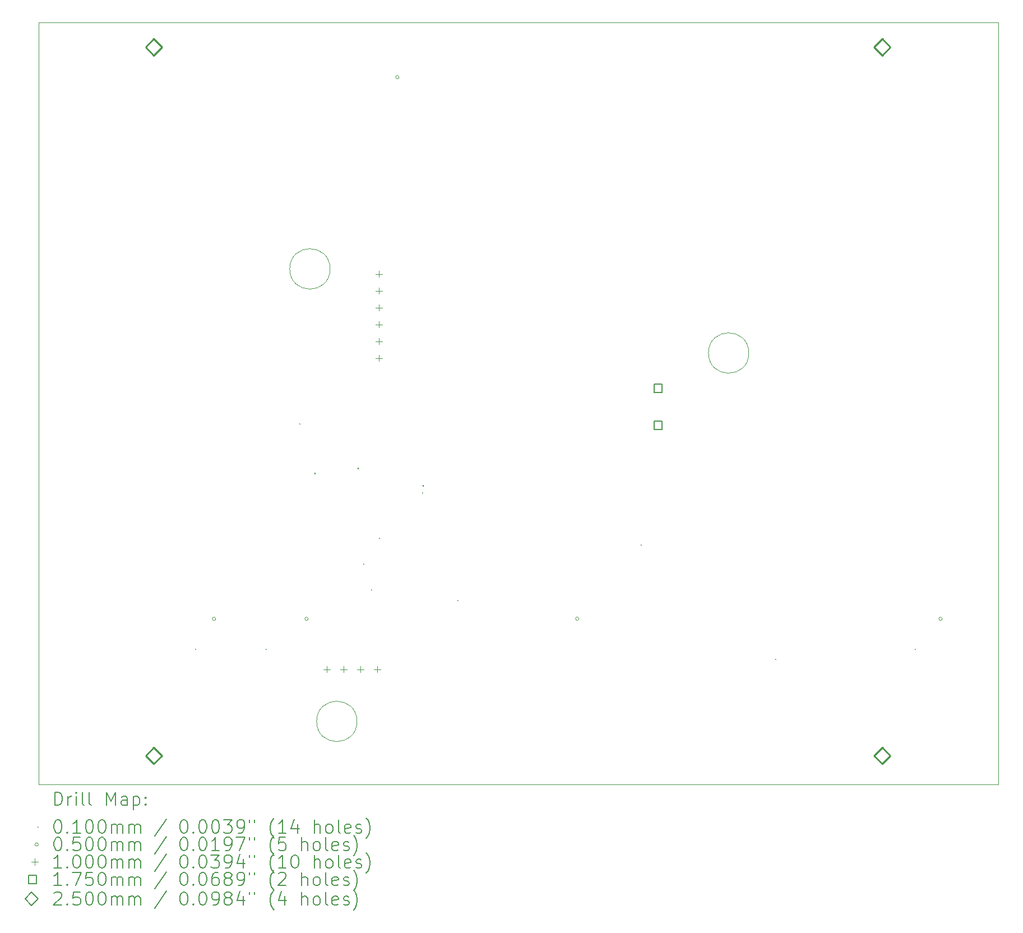
<source format=gbr>
%TF.GenerationSoftware,KiCad,Pcbnew,7.0.1-0*%
%TF.CreationDate,2023-03-16T18:26:50+00:00*%
%TF.ProjectId,tail-lights,7461696c-2d6c-4696-9768-74732e6b6963,rev?*%
%TF.SameCoordinates,Original*%
%TF.FileFunction,Drillmap*%
%TF.FilePolarity,Positive*%
%FSLAX45Y45*%
G04 Gerber Fmt 4.5, Leading zero omitted, Abs format (unit mm)*
G04 Created by KiCad (PCBNEW 7.0.1-0) date 2023-03-16 18:26:50*
%MOMM*%
%LPD*%
G01*
G04 APERTURE LIST*
%ADD10C,0.100000*%
%ADD11C,0.200000*%
%ADD12C,0.010000*%
%ADD13C,0.050000*%
%ADD14C,0.175000*%
%ADD15C,0.250000*%
G04 APERTURE END LIST*
D10*
X2709400Y-14182800D02*
X17209400Y-14182800D01*
X7518400Y-13233400D02*
G75*
G03*
X7518400Y-13233400I-304800J0D01*
G01*
X7112000Y-6400800D02*
G75*
G03*
X7112000Y-6400800I-304800J0D01*
G01*
X13436600Y-7670800D02*
G75*
G03*
X13436600Y-7670800I-304800J0D01*
G01*
X2709400Y-2682800D02*
X2709400Y-14182800D01*
X2709400Y-2682800D02*
X17209400Y-2682800D01*
X17209400Y-2682800D02*
X17209400Y-14182800D01*
D11*
D12*
X5075000Y-12136200D02*
X5085000Y-12146200D01*
X5085000Y-12136200D02*
X5075000Y-12146200D01*
X6141800Y-12136200D02*
X6151800Y-12146200D01*
X6151800Y-12136200D02*
X6141800Y-12146200D01*
X6649800Y-8732600D02*
X6659800Y-8742600D01*
X6659800Y-8732600D02*
X6649800Y-8742600D01*
X6878400Y-9481828D02*
X6888400Y-9491828D01*
X6888400Y-9481828D02*
X6878400Y-9491828D01*
X7527400Y-9404400D02*
X7537400Y-9414400D01*
X7537400Y-9404400D02*
X7527400Y-9414400D01*
X7610300Y-10845500D02*
X7620300Y-10855500D01*
X7620300Y-10845500D02*
X7610300Y-10855500D01*
X7728850Y-11234950D02*
X7738850Y-11244950D01*
X7738850Y-11234950D02*
X7728850Y-11244950D01*
X7846800Y-10456600D02*
X7856800Y-10466600D01*
X7856800Y-10456600D02*
X7846800Y-10466600D01*
X8504000Y-9774000D02*
X8514000Y-9784000D01*
X8514000Y-9774000D02*
X8504000Y-9784000D01*
X8509051Y-9667349D02*
X8519051Y-9677349D01*
X8519051Y-9667349D02*
X8509051Y-9677349D01*
X9037400Y-11399600D02*
X9047400Y-11409600D01*
X9047400Y-11399600D02*
X9037400Y-11409600D01*
X11806000Y-10561400D02*
X11816000Y-10571400D01*
X11816000Y-10561400D02*
X11806000Y-10571400D01*
X13838000Y-12288600D02*
X13848000Y-12298600D01*
X13848000Y-12288600D02*
X13838000Y-12298600D01*
X15946200Y-12136200D02*
X15956200Y-12146200D01*
X15956200Y-12136200D02*
X15946200Y-12146200D01*
D13*
X5384400Y-11684000D02*
G75*
G03*
X5384400Y-11684000I-25000J0D01*
G01*
X6781400Y-11684000D02*
G75*
G03*
X6781400Y-11684000I-25000J0D01*
G01*
X8153000Y-3505200D02*
G75*
G03*
X8153000Y-3505200I-25000J0D01*
G01*
X10869400Y-11682600D02*
G75*
G03*
X10869400Y-11682600I-25000J0D01*
G01*
X16357200Y-11684000D02*
G75*
G03*
X16357200Y-11684000I-25000J0D01*
G01*
D10*
X7062200Y-12396000D02*
X7062200Y-12496000D01*
X7012200Y-12446000D02*
X7112200Y-12446000D01*
X7316200Y-12396000D02*
X7316200Y-12496000D01*
X7266200Y-12446000D02*
X7366200Y-12446000D01*
X7570200Y-12396000D02*
X7570200Y-12496000D01*
X7520200Y-12446000D02*
X7620200Y-12446000D01*
X7824200Y-12396000D02*
X7824200Y-12496000D01*
X7774200Y-12446000D02*
X7874200Y-12446000D01*
X7848600Y-6427000D02*
X7848600Y-6527000D01*
X7798600Y-6477000D02*
X7898600Y-6477000D01*
X7848600Y-6681000D02*
X7848600Y-6781000D01*
X7798600Y-6731000D02*
X7898600Y-6731000D01*
X7848600Y-6935000D02*
X7848600Y-7035000D01*
X7798600Y-6985000D02*
X7898600Y-6985000D01*
X7848600Y-7189000D02*
X7848600Y-7289000D01*
X7798600Y-7239000D02*
X7898600Y-7239000D01*
X7848600Y-7443000D02*
X7848600Y-7543000D01*
X7798600Y-7493000D02*
X7898600Y-7493000D01*
X7848600Y-7697000D02*
X7848600Y-7797000D01*
X7798600Y-7747000D02*
X7898600Y-7747000D01*
D14*
X12126872Y-8266072D02*
X12126872Y-8142328D01*
X12003128Y-8142328D01*
X12003128Y-8266072D01*
X12126872Y-8266072D01*
X12126872Y-8824872D02*
X12126872Y-8701128D01*
X12003128Y-8701128D01*
X12003128Y-8824872D01*
X12126872Y-8824872D01*
D15*
X4450000Y-3175000D02*
X4575000Y-3050000D01*
X4450000Y-2925000D01*
X4325000Y-3050000D01*
X4450000Y-3175000D01*
X4450000Y-13875000D02*
X4575000Y-13750000D01*
X4450000Y-13625000D01*
X4325000Y-13750000D01*
X4450000Y-13875000D01*
X15450000Y-3175000D02*
X15575000Y-3050000D01*
X15450000Y-2925000D01*
X15325000Y-3050000D01*
X15450000Y-3175000D01*
X15450000Y-13875000D02*
X15575000Y-13750000D01*
X15450000Y-13625000D01*
X15325000Y-13750000D01*
X15450000Y-13875000D01*
D11*
X2952019Y-14500324D02*
X2952019Y-14300324D01*
X2952019Y-14300324D02*
X2999638Y-14300324D01*
X2999638Y-14300324D02*
X3028209Y-14309848D01*
X3028209Y-14309848D02*
X3047257Y-14328895D01*
X3047257Y-14328895D02*
X3056781Y-14347943D01*
X3056781Y-14347943D02*
X3066305Y-14386038D01*
X3066305Y-14386038D02*
X3066305Y-14414609D01*
X3066305Y-14414609D02*
X3056781Y-14452705D01*
X3056781Y-14452705D02*
X3047257Y-14471752D01*
X3047257Y-14471752D02*
X3028209Y-14490800D01*
X3028209Y-14490800D02*
X2999638Y-14500324D01*
X2999638Y-14500324D02*
X2952019Y-14500324D01*
X3152019Y-14500324D02*
X3152019Y-14366990D01*
X3152019Y-14405086D02*
X3161543Y-14386038D01*
X3161543Y-14386038D02*
X3171067Y-14376514D01*
X3171067Y-14376514D02*
X3190114Y-14366990D01*
X3190114Y-14366990D02*
X3209162Y-14366990D01*
X3275828Y-14500324D02*
X3275828Y-14366990D01*
X3275828Y-14300324D02*
X3266305Y-14309848D01*
X3266305Y-14309848D02*
X3275828Y-14319371D01*
X3275828Y-14319371D02*
X3285352Y-14309848D01*
X3285352Y-14309848D02*
X3275828Y-14300324D01*
X3275828Y-14300324D02*
X3275828Y-14319371D01*
X3399638Y-14500324D02*
X3380590Y-14490800D01*
X3380590Y-14490800D02*
X3371067Y-14471752D01*
X3371067Y-14471752D02*
X3371067Y-14300324D01*
X3504400Y-14500324D02*
X3485352Y-14490800D01*
X3485352Y-14490800D02*
X3475828Y-14471752D01*
X3475828Y-14471752D02*
X3475828Y-14300324D01*
X3732971Y-14500324D02*
X3732971Y-14300324D01*
X3732971Y-14300324D02*
X3799638Y-14443181D01*
X3799638Y-14443181D02*
X3866305Y-14300324D01*
X3866305Y-14300324D02*
X3866305Y-14500324D01*
X4047257Y-14500324D02*
X4047257Y-14395562D01*
X4047257Y-14395562D02*
X4037733Y-14376514D01*
X4037733Y-14376514D02*
X4018686Y-14366990D01*
X4018686Y-14366990D02*
X3980590Y-14366990D01*
X3980590Y-14366990D02*
X3961543Y-14376514D01*
X4047257Y-14490800D02*
X4028209Y-14500324D01*
X4028209Y-14500324D02*
X3980590Y-14500324D01*
X3980590Y-14500324D02*
X3961543Y-14490800D01*
X3961543Y-14490800D02*
X3952019Y-14471752D01*
X3952019Y-14471752D02*
X3952019Y-14452705D01*
X3952019Y-14452705D02*
X3961543Y-14433657D01*
X3961543Y-14433657D02*
X3980590Y-14424133D01*
X3980590Y-14424133D02*
X4028209Y-14424133D01*
X4028209Y-14424133D02*
X4047257Y-14414609D01*
X4142495Y-14366990D02*
X4142495Y-14566990D01*
X4142495Y-14376514D02*
X4161543Y-14366990D01*
X4161543Y-14366990D02*
X4199638Y-14366990D01*
X4199638Y-14366990D02*
X4218686Y-14376514D01*
X4218686Y-14376514D02*
X4228210Y-14386038D01*
X4228210Y-14386038D02*
X4237733Y-14405086D01*
X4237733Y-14405086D02*
X4237733Y-14462228D01*
X4237733Y-14462228D02*
X4228210Y-14481276D01*
X4228210Y-14481276D02*
X4218686Y-14490800D01*
X4218686Y-14490800D02*
X4199638Y-14500324D01*
X4199638Y-14500324D02*
X4161543Y-14500324D01*
X4161543Y-14500324D02*
X4142495Y-14490800D01*
X4323448Y-14481276D02*
X4332971Y-14490800D01*
X4332971Y-14490800D02*
X4323448Y-14500324D01*
X4323448Y-14500324D02*
X4313924Y-14490800D01*
X4313924Y-14490800D02*
X4323448Y-14481276D01*
X4323448Y-14481276D02*
X4323448Y-14500324D01*
X4323448Y-14376514D02*
X4332971Y-14386038D01*
X4332971Y-14386038D02*
X4323448Y-14395562D01*
X4323448Y-14395562D02*
X4313924Y-14386038D01*
X4313924Y-14386038D02*
X4323448Y-14376514D01*
X4323448Y-14376514D02*
X4323448Y-14395562D01*
D12*
X2694400Y-14822800D02*
X2704400Y-14832800D01*
X2704400Y-14822800D02*
X2694400Y-14832800D01*
D11*
X2990114Y-14720324D02*
X3009162Y-14720324D01*
X3009162Y-14720324D02*
X3028209Y-14729848D01*
X3028209Y-14729848D02*
X3037733Y-14739371D01*
X3037733Y-14739371D02*
X3047257Y-14758419D01*
X3047257Y-14758419D02*
X3056781Y-14796514D01*
X3056781Y-14796514D02*
X3056781Y-14844133D01*
X3056781Y-14844133D02*
X3047257Y-14882228D01*
X3047257Y-14882228D02*
X3037733Y-14901276D01*
X3037733Y-14901276D02*
X3028209Y-14910800D01*
X3028209Y-14910800D02*
X3009162Y-14920324D01*
X3009162Y-14920324D02*
X2990114Y-14920324D01*
X2990114Y-14920324D02*
X2971067Y-14910800D01*
X2971067Y-14910800D02*
X2961543Y-14901276D01*
X2961543Y-14901276D02*
X2952019Y-14882228D01*
X2952019Y-14882228D02*
X2942495Y-14844133D01*
X2942495Y-14844133D02*
X2942495Y-14796514D01*
X2942495Y-14796514D02*
X2952019Y-14758419D01*
X2952019Y-14758419D02*
X2961543Y-14739371D01*
X2961543Y-14739371D02*
X2971067Y-14729848D01*
X2971067Y-14729848D02*
X2990114Y-14720324D01*
X3142495Y-14901276D02*
X3152019Y-14910800D01*
X3152019Y-14910800D02*
X3142495Y-14920324D01*
X3142495Y-14920324D02*
X3132971Y-14910800D01*
X3132971Y-14910800D02*
X3142495Y-14901276D01*
X3142495Y-14901276D02*
X3142495Y-14920324D01*
X3342495Y-14920324D02*
X3228209Y-14920324D01*
X3285352Y-14920324D02*
X3285352Y-14720324D01*
X3285352Y-14720324D02*
X3266305Y-14748895D01*
X3266305Y-14748895D02*
X3247257Y-14767943D01*
X3247257Y-14767943D02*
X3228209Y-14777467D01*
X3466305Y-14720324D02*
X3485352Y-14720324D01*
X3485352Y-14720324D02*
X3504400Y-14729848D01*
X3504400Y-14729848D02*
X3513924Y-14739371D01*
X3513924Y-14739371D02*
X3523448Y-14758419D01*
X3523448Y-14758419D02*
X3532971Y-14796514D01*
X3532971Y-14796514D02*
X3532971Y-14844133D01*
X3532971Y-14844133D02*
X3523448Y-14882228D01*
X3523448Y-14882228D02*
X3513924Y-14901276D01*
X3513924Y-14901276D02*
X3504400Y-14910800D01*
X3504400Y-14910800D02*
X3485352Y-14920324D01*
X3485352Y-14920324D02*
X3466305Y-14920324D01*
X3466305Y-14920324D02*
X3447257Y-14910800D01*
X3447257Y-14910800D02*
X3437733Y-14901276D01*
X3437733Y-14901276D02*
X3428209Y-14882228D01*
X3428209Y-14882228D02*
X3418686Y-14844133D01*
X3418686Y-14844133D02*
X3418686Y-14796514D01*
X3418686Y-14796514D02*
X3428209Y-14758419D01*
X3428209Y-14758419D02*
X3437733Y-14739371D01*
X3437733Y-14739371D02*
X3447257Y-14729848D01*
X3447257Y-14729848D02*
X3466305Y-14720324D01*
X3656781Y-14720324D02*
X3675829Y-14720324D01*
X3675829Y-14720324D02*
X3694876Y-14729848D01*
X3694876Y-14729848D02*
X3704400Y-14739371D01*
X3704400Y-14739371D02*
X3713924Y-14758419D01*
X3713924Y-14758419D02*
X3723448Y-14796514D01*
X3723448Y-14796514D02*
X3723448Y-14844133D01*
X3723448Y-14844133D02*
X3713924Y-14882228D01*
X3713924Y-14882228D02*
X3704400Y-14901276D01*
X3704400Y-14901276D02*
X3694876Y-14910800D01*
X3694876Y-14910800D02*
X3675829Y-14920324D01*
X3675829Y-14920324D02*
X3656781Y-14920324D01*
X3656781Y-14920324D02*
X3637733Y-14910800D01*
X3637733Y-14910800D02*
X3628209Y-14901276D01*
X3628209Y-14901276D02*
X3618686Y-14882228D01*
X3618686Y-14882228D02*
X3609162Y-14844133D01*
X3609162Y-14844133D02*
X3609162Y-14796514D01*
X3609162Y-14796514D02*
X3618686Y-14758419D01*
X3618686Y-14758419D02*
X3628209Y-14739371D01*
X3628209Y-14739371D02*
X3637733Y-14729848D01*
X3637733Y-14729848D02*
X3656781Y-14720324D01*
X3809162Y-14920324D02*
X3809162Y-14786990D01*
X3809162Y-14806038D02*
X3818686Y-14796514D01*
X3818686Y-14796514D02*
X3837733Y-14786990D01*
X3837733Y-14786990D02*
X3866305Y-14786990D01*
X3866305Y-14786990D02*
X3885352Y-14796514D01*
X3885352Y-14796514D02*
X3894876Y-14815562D01*
X3894876Y-14815562D02*
X3894876Y-14920324D01*
X3894876Y-14815562D02*
X3904400Y-14796514D01*
X3904400Y-14796514D02*
X3923448Y-14786990D01*
X3923448Y-14786990D02*
X3952019Y-14786990D01*
X3952019Y-14786990D02*
X3971067Y-14796514D01*
X3971067Y-14796514D02*
X3980590Y-14815562D01*
X3980590Y-14815562D02*
X3980590Y-14920324D01*
X4075829Y-14920324D02*
X4075829Y-14786990D01*
X4075829Y-14806038D02*
X4085352Y-14796514D01*
X4085352Y-14796514D02*
X4104400Y-14786990D01*
X4104400Y-14786990D02*
X4132971Y-14786990D01*
X4132971Y-14786990D02*
X4152019Y-14796514D01*
X4152019Y-14796514D02*
X4161543Y-14815562D01*
X4161543Y-14815562D02*
X4161543Y-14920324D01*
X4161543Y-14815562D02*
X4171067Y-14796514D01*
X4171067Y-14796514D02*
X4190114Y-14786990D01*
X4190114Y-14786990D02*
X4218686Y-14786990D01*
X4218686Y-14786990D02*
X4237733Y-14796514D01*
X4237733Y-14796514D02*
X4247257Y-14815562D01*
X4247257Y-14815562D02*
X4247257Y-14920324D01*
X4637733Y-14710800D02*
X4466305Y-14967943D01*
X4894876Y-14720324D02*
X4913924Y-14720324D01*
X4913924Y-14720324D02*
X4932972Y-14729848D01*
X4932972Y-14729848D02*
X4942495Y-14739371D01*
X4942495Y-14739371D02*
X4952019Y-14758419D01*
X4952019Y-14758419D02*
X4961543Y-14796514D01*
X4961543Y-14796514D02*
X4961543Y-14844133D01*
X4961543Y-14844133D02*
X4952019Y-14882228D01*
X4952019Y-14882228D02*
X4942495Y-14901276D01*
X4942495Y-14901276D02*
X4932972Y-14910800D01*
X4932972Y-14910800D02*
X4913924Y-14920324D01*
X4913924Y-14920324D02*
X4894876Y-14920324D01*
X4894876Y-14920324D02*
X4875829Y-14910800D01*
X4875829Y-14910800D02*
X4866305Y-14901276D01*
X4866305Y-14901276D02*
X4856781Y-14882228D01*
X4856781Y-14882228D02*
X4847257Y-14844133D01*
X4847257Y-14844133D02*
X4847257Y-14796514D01*
X4847257Y-14796514D02*
X4856781Y-14758419D01*
X4856781Y-14758419D02*
X4866305Y-14739371D01*
X4866305Y-14739371D02*
X4875829Y-14729848D01*
X4875829Y-14729848D02*
X4894876Y-14720324D01*
X5047257Y-14901276D02*
X5056781Y-14910800D01*
X5056781Y-14910800D02*
X5047257Y-14920324D01*
X5047257Y-14920324D02*
X5037734Y-14910800D01*
X5037734Y-14910800D02*
X5047257Y-14901276D01*
X5047257Y-14901276D02*
X5047257Y-14920324D01*
X5180591Y-14720324D02*
X5199638Y-14720324D01*
X5199638Y-14720324D02*
X5218686Y-14729848D01*
X5218686Y-14729848D02*
X5228210Y-14739371D01*
X5228210Y-14739371D02*
X5237734Y-14758419D01*
X5237734Y-14758419D02*
X5247257Y-14796514D01*
X5247257Y-14796514D02*
X5247257Y-14844133D01*
X5247257Y-14844133D02*
X5237734Y-14882228D01*
X5237734Y-14882228D02*
X5228210Y-14901276D01*
X5228210Y-14901276D02*
X5218686Y-14910800D01*
X5218686Y-14910800D02*
X5199638Y-14920324D01*
X5199638Y-14920324D02*
X5180591Y-14920324D01*
X5180591Y-14920324D02*
X5161543Y-14910800D01*
X5161543Y-14910800D02*
X5152019Y-14901276D01*
X5152019Y-14901276D02*
X5142495Y-14882228D01*
X5142495Y-14882228D02*
X5132972Y-14844133D01*
X5132972Y-14844133D02*
X5132972Y-14796514D01*
X5132972Y-14796514D02*
X5142495Y-14758419D01*
X5142495Y-14758419D02*
X5152019Y-14739371D01*
X5152019Y-14739371D02*
X5161543Y-14729848D01*
X5161543Y-14729848D02*
X5180591Y-14720324D01*
X5371067Y-14720324D02*
X5390115Y-14720324D01*
X5390115Y-14720324D02*
X5409162Y-14729848D01*
X5409162Y-14729848D02*
X5418686Y-14739371D01*
X5418686Y-14739371D02*
X5428210Y-14758419D01*
X5428210Y-14758419D02*
X5437734Y-14796514D01*
X5437734Y-14796514D02*
X5437734Y-14844133D01*
X5437734Y-14844133D02*
X5428210Y-14882228D01*
X5428210Y-14882228D02*
X5418686Y-14901276D01*
X5418686Y-14901276D02*
X5409162Y-14910800D01*
X5409162Y-14910800D02*
X5390115Y-14920324D01*
X5390115Y-14920324D02*
X5371067Y-14920324D01*
X5371067Y-14920324D02*
X5352019Y-14910800D01*
X5352019Y-14910800D02*
X5342495Y-14901276D01*
X5342495Y-14901276D02*
X5332972Y-14882228D01*
X5332972Y-14882228D02*
X5323448Y-14844133D01*
X5323448Y-14844133D02*
X5323448Y-14796514D01*
X5323448Y-14796514D02*
X5332972Y-14758419D01*
X5332972Y-14758419D02*
X5342495Y-14739371D01*
X5342495Y-14739371D02*
X5352019Y-14729848D01*
X5352019Y-14729848D02*
X5371067Y-14720324D01*
X5504400Y-14720324D02*
X5628210Y-14720324D01*
X5628210Y-14720324D02*
X5561543Y-14796514D01*
X5561543Y-14796514D02*
X5590115Y-14796514D01*
X5590115Y-14796514D02*
X5609162Y-14806038D01*
X5609162Y-14806038D02*
X5618686Y-14815562D01*
X5618686Y-14815562D02*
X5628210Y-14834609D01*
X5628210Y-14834609D02*
X5628210Y-14882228D01*
X5628210Y-14882228D02*
X5618686Y-14901276D01*
X5618686Y-14901276D02*
X5609162Y-14910800D01*
X5609162Y-14910800D02*
X5590115Y-14920324D01*
X5590115Y-14920324D02*
X5532972Y-14920324D01*
X5532972Y-14920324D02*
X5513924Y-14910800D01*
X5513924Y-14910800D02*
X5504400Y-14901276D01*
X5723448Y-14920324D02*
X5761543Y-14920324D01*
X5761543Y-14920324D02*
X5780591Y-14910800D01*
X5780591Y-14910800D02*
X5790114Y-14901276D01*
X5790114Y-14901276D02*
X5809162Y-14872705D01*
X5809162Y-14872705D02*
X5818686Y-14834609D01*
X5818686Y-14834609D02*
X5818686Y-14758419D01*
X5818686Y-14758419D02*
X5809162Y-14739371D01*
X5809162Y-14739371D02*
X5799638Y-14729848D01*
X5799638Y-14729848D02*
X5780591Y-14720324D01*
X5780591Y-14720324D02*
X5742495Y-14720324D01*
X5742495Y-14720324D02*
X5723448Y-14729848D01*
X5723448Y-14729848D02*
X5713924Y-14739371D01*
X5713924Y-14739371D02*
X5704400Y-14758419D01*
X5704400Y-14758419D02*
X5704400Y-14806038D01*
X5704400Y-14806038D02*
X5713924Y-14825086D01*
X5713924Y-14825086D02*
X5723448Y-14834609D01*
X5723448Y-14834609D02*
X5742495Y-14844133D01*
X5742495Y-14844133D02*
X5780591Y-14844133D01*
X5780591Y-14844133D02*
X5799638Y-14834609D01*
X5799638Y-14834609D02*
X5809162Y-14825086D01*
X5809162Y-14825086D02*
X5818686Y-14806038D01*
X5894876Y-14720324D02*
X5894876Y-14758419D01*
X5971067Y-14720324D02*
X5971067Y-14758419D01*
X6266305Y-14996514D02*
X6256781Y-14986990D01*
X6256781Y-14986990D02*
X6237734Y-14958419D01*
X6237734Y-14958419D02*
X6228210Y-14939371D01*
X6228210Y-14939371D02*
X6218686Y-14910800D01*
X6218686Y-14910800D02*
X6209162Y-14863181D01*
X6209162Y-14863181D02*
X6209162Y-14825086D01*
X6209162Y-14825086D02*
X6218686Y-14777467D01*
X6218686Y-14777467D02*
X6228210Y-14748895D01*
X6228210Y-14748895D02*
X6237734Y-14729848D01*
X6237734Y-14729848D02*
X6256781Y-14701276D01*
X6256781Y-14701276D02*
X6266305Y-14691752D01*
X6447257Y-14920324D02*
X6332972Y-14920324D01*
X6390114Y-14920324D02*
X6390114Y-14720324D01*
X6390114Y-14720324D02*
X6371067Y-14748895D01*
X6371067Y-14748895D02*
X6352019Y-14767943D01*
X6352019Y-14767943D02*
X6332972Y-14777467D01*
X6618686Y-14786990D02*
X6618686Y-14920324D01*
X6571067Y-14710800D02*
X6523448Y-14853657D01*
X6523448Y-14853657D02*
X6647257Y-14853657D01*
X6875829Y-14920324D02*
X6875829Y-14720324D01*
X6961543Y-14920324D02*
X6961543Y-14815562D01*
X6961543Y-14815562D02*
X6952019Y-14796514D01*
X6952019Y-14796514D02*
X6932972Y-14786990D01*
X6932972Y-14786990D02*
X6904400Y-14786990D01*
X6904400Y-14786990D02*
X6885353Y-14796514D01*
X6885353Y-14796514D02*
X6875829Y-14806038D01*
X7085353Y-14920324D02*
X7066305Y-14910800D01*
X7066305Y-14910800D02*
X7056781Y-14901276D01*
X7056781Y-14901276D02*
X7047257Y-14882228D01*
X7047257Y-14882228D02*
X7047257Y-14825086D01*
X7047257Y-14825086D02*
X7056781Y-14806038D01*
X7056781Y-14806038D02*
X7066305Y-14796514D01*
X7066305Y-14796514D02*
X7085353Y-14786990D01*
X7085353Y-14786990D02*
X7113924Y-14786990D01*
X7113924Y-14786990D02*
X7132972Y-14796514D01*
X7132972Y-14796514D02*
X7142496Y-14806038D01*
X7142496Y-14806038D02*
X7152019Y-14825086D01*
X7152019Y-14825086D02*
X7152019Y-14882228D01*
X7152019Y-14882228D02*
X7142496Y-14901276D01*
X7142496Y-14901276D02*
X7132972Y-14910800D01*
X7132972Y-14910800D02*
X7113924Y-14920324D01*
X7113924Y-14920324D02*
X7085353Y-14920324D01*
X7266305Y-14920324D02*
X7247257Y-14910800D01*
X7247257Y-14910800D02*
X7237734Y-14891752D01*
X7237734Y-14891752D02*
X7237734Y-14720324D01*
X7418686Y-14910800D02*
X7399638Y-14920324D01*
X7399638Y-14920324D02*
X7361543Y-14920324D01*
X7361543Y-14920324D02*
X7342496Y-14910800D01*
X7342496Y-14910800D02*
X7332972Y-14891752D01*
X7332972Y-14891752D02*
X7332972Y-14815562D01*
X7332972Y-14815562D02*
X7342496Y-14796514D01*
X7342496Y-14796514D02*
X7361543Y-14786990D01*
X7361543Y-14786990D02*
X7399638Y-14786990D01*
X7399638Y-14786990D02*
X7418686Y-14796514D01*
X7418686Y-14796514D02*
X7428210Y-14815562D01*
X7428210Y-14815562D02*
X7428210Y-14834609D01*
X7428210Y-14834609D02*
X7332972Y-14853657D01*
X7504400Y-14910800D02*
X7523448Y-14920324D01*
X7523448Y-14920324D02*
X7561543Y-14920324D01*
X7561543Y-14920324D02*
X7580591Y-14910800D01*
X7580591Y-14910800D02*
X7590115Y-14891752D01*
X7590115Y-14891752D02*
X7590115Y-14882228D01*
X7590115Y-14882228D02*
X7580591Y-14863181D01*
X7580591Y-14863181D02*
X7561543Y-14853657D01*
X7561543Y-14853657D02*
X7532972Y-14853657D01*
X7532972Y-14853657D02*
X7513924Y-14844133D01*
X7513924Y-14844133D02*
X7504400Y-14825086D01*
X7504400Y-14825086D02*
X7504400Y-14815562D01*
X7504400Y-14815562D02*
X7513924Y-14796514D01*
X7513924Y-14796514D02*
X7532972Y-14786990D01*
X7532972Y-14786990D02*
X7561543Y-14786990D01*
X7561543Y-14786990D02*
X7580591Y-14796514D01*
X7656781Y-14996514D02*
X7666305Y-14986990D01*
X7666305Y-14986990D02*
X7685353Y-14958419D01*
X7685353Y-14958419D02*
X7694877Y-14939371D01*
X7694877Y-14939371D02*
X7704400Y-14910800D01*
X7704400Y-14910800D02*
X7713924Y-14863181D01*
X7713924Y-14863181D02*
X7713924Y-14825086D01*
X7713924Y-14825086D02*
X7704400Y-14777467D01*
X7704400Y-14777467D02*
X7694877Y-14748895D01*
X7694877Y-14748895D02*
X7685353Y-14729848D01*
X7685353Y-14729848D02*
X7666305Y-14701276D01*
X7666305Y-14701276D02*
X7656781Y-14691752D01*
D13*
X2704400Y-15091800D02*
G75*
G03*
X2704400Y-15091800I-25000J0D01*
G01*
D11*
X2990114Y-14984324D02*
X3009162Y-14984324D01*
X3009162Y-14984324D02*
X3028209Y-14993848D01*
X3028209Y-14993848D02*
X3037733Y-15003371D01*
X3037733Y-15003371D02*
X3047257Y-15022419D01*
X3047257Y-15022419D02*
X3056781Y-15060514D01*
X3056781Y-15060514D02*
X3056781Y-15108133D01*
X3056781Y-15108133D02*
X3047257Y-15146228D01*
X3047257Y-15146228D02*
X3037733Y-15165276D01*
X3037733Y-15165276D02*
X3028209Y-15174800D01*
X3028209Y-15174800D02*
X3009162Y-15184324D01*
X3009162Y-15184324D02*
X2990114Y-15184324D01*
X2990114Y-15184324D02*
X2971067Y-15174800D01*
X2971067Y-15174800D02*
X2961543Y-15165276D01*
X2961543Y-15165276D02*
X2952019Y-15146228D01*
X2952019Y-15146228D02*
X2942495Y-15108133D01*
X2942495Y-15108133D02*
X2942495Y-15060514D01*
X2942495Y-15060514D02*
X2952019Y-15022419D01*
X2952019Y-15022419D02*
X2961543Y-15003371D01*
X2961543Y-15003371D02*
X2971067Y-14993848D01*
X2971067Y-14993848D02*
X2990114Y-14984324D01*
X3142495Y-15165276D02*
X3152019Y-15174800D01*
X3152019Y-15174800D02*
X3142495Y-15184324D01*
X3142495Y-15184324D02*
X3132971Y-15174800D01*
X3132971Y-15174800D02*
X3142495Y-15165276D01*
X3142495Y-15165276D02*
X3142495Y-15184324D01*
X3332971Y-14984324D02*
X3237733Y-14984324D01*
X3237733Y-14984324D02*
X3228209Y-15079562D01*
X3228209Y-15079562D02*
X3237733Y-15070038D01*
X3237733Y-15070038D02*
X3256781Y-15060514D01*
X3256781Y-15060514D02*
X3304400Y-15060514D01*
X3304400Y-15060514D02*
X3323448Y-15070038D01*
X3323448Y-15070038D02*
X3332971Y-15079562D01*
X3332971Y-15079562D02*
X3342495Y-15098609D01*
X3342495Y-15098609D02*
X3342495Y-15146228D01*
X3342495Y-15146228D02*
X3332971Y-15165276D01*
X3332971Y-15165276D02*
X3323448Y-15174800D01*
X3323448Y-15174800D02*
X3304400Y-15184324D01*
X3304400Y-15184324D02*
X3256781Y-15184324D01*
X3256781Y-15184324D02*
X3237733Y-15174800D01*
X3237733Y-15174800D02*
X3228209Y-15165276D01*
X3466305Y-14984324D02*
X3485352Y-14984324D01*
X3485352Y-14984324D02*
X3504400Y-14993848D01*
X3504400Y-14993848D02*
X3513924Y-15003371D01*
X3513924Y-15003371D02*
X3523448Y-15022419D01*
X3523448Y-15022419D02*
X3532971Y-15060514D01*
X3532971Y-15060514D02*
X3532971Y-15108133D01*
X3532971Y-15108133D02*
X3523448Y-15146228D01*
X3523448Y-15146228D02*
X3513924Y-15165276D01*
X3513924Y-15165276D02*
X3504400Y-15174800D01*
X3504400Y-15174800D02*
X3485352Y-15184324D01*
X3485352Y-15184324D02*
X3466305Y-15184324D01*
X3466305Y-15184324D02*
X3447257Y-15174800D01*
X3447257Y-15174800D02*
X3437733Y-15165276D01*
X3437733Y-15165276D02*
X3428209Y-15146228D01*
X3428209Y-15146228D02*
X3418686Y-15108133D01*
X3418686Y-15108133D02*
X3418686Y-15060514D01*
X3418686Y-15060514D02*
X3428209Y-15022419D01*
X3428209Y-15022419D02*
X3437733Y-15003371D01*
X3437733Y-15003371D02*
X3447257Y-14993848D01*
X3447257Y-14993848D02*
X3466305Y-14984324D01*
X3656781Y-14984324D02*
X3675829Y-14984324D01*
X3675829Y-14984324D02*
X3694876Y-14993848D01*
X3694876Y-14993848D02*
X3704400Y-15003371D01*
X3704400Y-15003371D02*
X3713924Y-15022419D01*
X3713924Y-15022419D02*
X3723448Y-15060514D01*
X3723448Y-15060514D02*
X3723448Y-15108133D01*
X3723448Y-15108133D02*
X3713924Y-15146228D01*
X3713924Y-15146228D02*
X3704400Y-15165276D01*
X3704400Y-15165276D02*
X3694876Y-15174800D01*
X3694876Y-15174800D02*
X3675829Y-15184324D01*
X3675829Y-15184324D02*
X3656781Y-15184324D01*
X3656781Y-15184324D02*
X3637733Y-15174800D01*
X3637733Y-15174800D02*
X3628209Y-15165276D01*
X3628209Y-15165276D02*
X3618686Y-15146228D01*
X3618686Y-15146228D02*
X3609162Y-15108133D01*
X3609162Y-15108133D02*
X3609162Y-15060514D01*
X3609162Y-15060514D02*
X3618686Y-15022419D01*
X3618686Y-15022419D02*
X3628209Y-15003371D01*
X3628209Y-15003371D02*
X3637733Y-14993848D01*
X3637733Y-14993848D02*
X3656781Y-14984324D01*
X3809162Y-15184324D02*
X3809162Y-15050990D01*
X3809162Y-15070038D02*
X3818686Y-15060514D01*
X3818686Y-15060514D02*
X3837733Y-15050990D01*
X3837733Y-15050990D02*
X3866305Y-15050990D01*
X3866305Y-15050990D02*
X3885352Y-15060514D01*
X3885352Y-15060514D02*
X3894876Y-15079562D01*
X3894876Y-15079562D02*
X3894876Y-15184324D01*
X3894876Y-15079562D02*
X3904400Y-15060514D01*
X3904400Y-15060514D02*
X3923448Y-15050990D01*
X3923448Y-15050990D02*
X3952019Y-15050990D01*
X3952019Y-15050990D02*
X3971067Y-15060514D01*
X3971067Y-15060514D02*
X3980590Y-15079562D01*
X3980590Y-15079562D02*
X3980590Y-15184324D01*
X4075829Y-15184324D02*
X4075829Y-15050990D01*
X4075829Y-15070038D02*
X4085352Y-15060514D01*
X4085352Y-15060514D02*
X4104400Y-15050990D01*
X4104400Y-15050990D02*
X4132971Y-15050990D01*
X4132971Y-15050990D02*
X4152019Y-15060514D01*
X4152019Y-15060514D02*
X4161543Y-15079562D01*
X4161543Y-15079562D02*
X4161543Y-15184324D01*
X4161543Y-15079562D02*
X4171067Y-15060514D01*
X4171067Y-15060514D02*
X4190114Y-15050990D01*
X4190114Y-15050990D02*
X4218686Y-15050990D01*
X4218686Y-15050990D02*
X4237733Y-15060514D01*
X4237733Y-15060514D02*
X4247257Y-15079562D01*
X4247257Y-15079562D02*
X4247257Y-15184324D01*
X4637733Y-14974800D02*
X4466305Y-15231943D01*
X4894876Y-14984324D02*
X4913924Y-14984324D01*
X4913924Y-14984324D02*
X4932972Y-14993848D01*
X4932972Y-14993848D02*
X4942495Y-15003371D01*
X4942495Y-15003371D02*
X4952019Y-15022419D01*
X4952019Y-15022419D02*
X4961543Y-15060514D01*
X4961543Y-15060514D02*
X4961543Y-15108133D01*
X4961543Y-15108133D02*
X4952019Y-15146228D01*
X4952019Y-15146228D02*
X4942495Y-15165276D01*
X4942495Y-15165276D02*
X4932972Y-15174800D01*
X4932972Y-15174800D02*
X4913924Y-15184324D01*
X4913924Y-15184324D02*
X4894876Y-15184324D01*
X4894876Y-15184324D02*
X4875829Y-15174800D01*
X4875829Y-15174800D02*
X4866305Y-15165276D01*
X4866305Y-15165276D02*
X4856781Y-15146228D01*
X4856781Y-15146228D02*
X4847257Y-15108133D01*
X4847257Y-15108133D02*
X4847257Y-15060514D01*
X4847257Y-15060514D02*
X4856781Y-15022419D01*
X4856781Y-15022419D02*
X4866305Y-15003371D01*
X4866305Y-15003371D02*
X4875829Y-14993848D01*
X4875829Y-14993848D02*
X4894876Y-14984324D01*
X5047257Y-15165276D02*
X5056781Y-15174800D01*
X5056781Y-15174800D02*
X5047257Y-15184324D01*
X5047257Y-15184324D02*
X5037734Y-15174800D01*
X5037734Y-15174800D02*
X5047257Y-15165276D01*
X5047257Y-15165276D02*
X5047257Y-15184324D01*
X5180591Y-14984324D02*
X5199638Y-14984324D01*
X5199638Y-14984324D02*
X5218686Y-14993848D01*
X5218686Y-14993848D02*
X5228210Y-15003371D01*
X5228210Y-15003371D02*
X5237734Y-15022419D01*
X5237734Y-15022419D02*
X5247257Y-15060514D01*
X5247257Y-15060514D02*
X5247257Y-15108133D01*
X5247257Y-15108133D02*
X5237734Y-15146228D01*
X5237734Y-15146228D02*
X5228210Y-15165276D01*
X5228210Y-15165276D02*
X5218686Y-15174800D01*
X5218686Y-15174800D02*
X5199638Y-15184324D01*
X5199638Y-15184324D02*
X5180591Y-15184324D01*
X5180591Y-15184324D02*
X5161543Y-15174800D01*
X5161543Y-15174800D02*
X5152019Y-15165276D01*
X5152019Y-15165276D02*
X5142495Y-15146228D01*
X5142495Y-15146228D02*
X5132972Y-15108133D01*
X5132972Y-15108133D02*
X5132972Y-15060514D01*
X5132972Y-15060514D02*
X5142495Y-15022419D01*
X5142495Y-15022419D02*
X5152019Y-15003371D01*
X5152019Y-15003371D02*
X5161543Y-14993848D01*
X5161543Y-14993848D02*
X5180591Y-14984324D01*
X5437734Y-15184324D02*
X5323448Y-15184324D01*
X5380591Y-15184324D02*
X5380591Y-14984324D01*
X5380591Y-14984324D02*
X5361543Y-15012895D01*
X5361543Y-15012895D02*
X5342495Y-15031943D01*
X5342495Y-15031943D02*
X5323448Y-15041467D01*
X5532972Y-15184324D02*
X5571067Y-15184324D01*
X5571067Y-15184324D02*
X5590115Y-15174800D01*
X5590115Y-15174800D02*
X5599638Y-15165276D01*
X5599638Y-15165276D02*
X5618686Y-15136705D01*
X5618686Y-15136705D02*
X5628210Y-15098609D01*
X5628210Y-15098609D02*
X5628210Y-15022419D01*
X5628210Y-15022419D02*
X5618686Y-15003371D01*
X5618686Y-15003371D02*
X5609162Y-14993848D01*
X5609162Y-14993848D02*
X5590115Y-14984324D01*
X5590115Y-14984324D02*
X5552019Y-14984324D01*
X5552019Y-14984324D02*
X5532972Y-14993848D01*
X5532972Y-14993848D02*
X5523448Y-15003371D01*
X5523448Y-15003371D02*
X5513924Y-15022419D01*
X5513924Y-15022419D02*
X5513924Y-15070038D01*
X5513924Y-15070038D02*
X5523448Y-15089086D01*
X5523448Y-15089086D02*
X5532972Y-15098609D01*
X5532972Y-15098609D02*
X5552019Y-15108133D01*
X5552019Y-15108133D02*
X5590115Y-15108133D01*
X5590115Y-15108133D02*
X5609162Y-15098609D01*
X5609162Y-15098609D02*
X5618686Y-15089086D01*
X5618686Y-15089086D02*
X5628210Y-15070038D01*
X5694876Y-14984324D02*
X5828210Y-14984324D01*
X5828210Y-14984324D02*
X5742495Y-15184324D01*
X5894876Y-14984324D02*
X5894876Y-15022419D01*
X5971067Y-14984324D02*
X5971067Y-15022419D01*
X6266305Y-15260514D02*
X6256781Y-15250990D01*
X6256781Y-15250990D02*
X6237734Y-15222419D01*
X6237734Y-15222419D02*
X6228210Y-15203371D01*
X6228210Y-15203371D02*
X6218686Y-15174800D01*
X6218686Y-15174800D02*
X6209162Y-15127181D01*
X6209162Y-15127181D02*
X6209162Y-15089086D01*
X6209162Y-15089086D02*
X6218686Y-15041467D01*
X6218686Y-15041467D02*
X6228210Y-15012895D01*
X6228210Y-15012895D02*
X6237734Y-14993848D01*
X6237734Y-14993848D02*
X6256781Y-14965276D01*
X6256781Y-14965276D02*
X6266305Y-14955752D01*
X6437734Y-14984324D02*
X6342495Y-14984324D01*
X6342495Y-14984324D02*
X6332972Y-15079562D01*
X6332972Y-15079562D02*
X6342495Y-15070038D01*
X6342495Y-15070038D02*
X6361543Y-15060514D01*
X6361543Y-15060514D02*
X6409162Y-15060514D01*
X6409162Y-15060514D02*
X6428210Y-15070038D01*
X6428210Y-15070038D02*
X6437734Y-15079562D01*
X6437734Y-15079562D02*
X6447257Y-15098609D01*
X6447257Y-15098609D02*
X6447257Y-15146228D01*
X6447257Y-15146228D02*
X6437734Y-15165276D01*
X6437734Y-15165276D02*
X6428210Y-15174800D01*
X6428210Y-15174800D02*
X6409162Y-15184324D01*
X6409162Y-15184324D02*
X6361543Y-15184324D01*
X6361543Y-15184324D02*
X6342495Y-15174800D01*
X6342495Y-15174800D02*
X6332972Y-15165276D01*
X6685353Y-15184324D02*
X6685353Y-14984324D01*
X6771067Y-15184324D02*
X6771067Y-15079562D01*
X6771067Y-15079562D02*
X6761543Y-15060514D01*
X6761543Y-15060514D02*
X6742496Y-15050990D01*
X6742496Y-15050990D02*
X6713924Y-15050990D01*
X6713924Y-15050990D02*
X6694876Y-15060514D01*
X6694876Y-15060514D02*
X6685353Y-15070038D01*
X6894876Y-15184324D02*
X6875829Y-15174800D01*
X6875829Y-15174800D02*
X6866305Y-15165276D01*
X6866305Y-15165276D02*
X6856781Y-15146228D01*
X6856781Y-15146228D02*
X6856781Y-15089086D01*
X6856781Y-15089086D02*
X6866305Y-15070038D01*
X6866305Y-15070038D02*
X6875829Y-15060514D01*
X6875829Y-15060514D02*
X6894876Y-15050990D01*
X6894876Y-15050990D02*
X6923448Y-15050990D01*
X6923448Y-15050990D02*
X6942496Y-15060514D01*
X6942496Y-15060514D02*
X6952019Y-15070038D01*
X6952019Y-15070038D02*
X6961543Y-15089086D01*
X6961543Y-15089086D02*
X6961543Y-15146228D01*
X6961543Y-15146228D02*
X6952019Y-15165276D01*
X6952019Y-15165276D02*
X6942496Y-15174800D01*
X6942496Y-15174800D02*
X6923448Y-15184324D01*
X6923448Y-15184324D02*
X6894876Y-15184324D01*
X7075829Y-15184324D02*
X7056781Y-15174800D01*
X7056781Y-15174800D02*
X7047257Y-15155752D01*
X7047257Y-15155752D02*
X7047257Y-14984324D01*
X7228210Y-15174800D02*
X7209162Y-15184324D01*
X7209162Y-15184324D02*
X7171067Y-15184324D01*
X7171067Y-15184324D02*
X7152019Y-15174800D01*
X7152019Y-15174800D02*
X7142496Y-15155752D01*
X7142496Y-15155752D02*
X7142496Y-15079562D01*
X7142496Y-15079562D02*
X7152019Y-15060514D01*
X7152019Y-15060514D02*
X7171067Y-15050990D01*
X7171067Y-15050990D02*
X7209162Y-15050990D01*
X7209162Y-15050990D02*
X7228210Y-15060514D01*
X7228210Y-15060514D02*
X7237734Y-15079562D01*
X7237734Y-15079562D02*
X7237734Y-15098609D01*
X7237734Y-15098609D02*
X7142496Y-15117657D01*
X7313924Y-15174800D02*
X7332972Y-15184324D01*
X7332972Y-15184324D02*
X7371067Y-15184324D01*
X7371067Y-15184324D02*
X7390115Y-15174800D01*
X7390115Y-15174800D02*
X7399638Y-15155752D01*
X7399638Y-15155752D02*
X7399638Y-15146228D01*
X7399638Y-15146228D02*
X7390115Y-15127181D01*
X7390115Y-15127181D02*
X7371067Y-15117657D01*
X7371067Y-15117657D02*
X7342496Y-15117657D01*
X7342496Y-15117657D02*
X7323448Y-15108133D01*
X7323448Y-15108133D02*
X7313924Y-15089086D01*
X7313924Y-15089086D02*
X7313924Y-15079562D01*
X7313924Y-15079562D02*
X7323448Y-15060514D01*
X7323448Y-15060514D02*
X7342496Y-15050990D01*
X7342496Y-15050990D02*
X7371067Y-15050990D01*
X7371067Y-15050990D02*
X7390115Y-15060514D01*
X7466305Y-15260514D02*
X7475829Y-15250990D01*
X7475829Y-15250990D02*
X7494877Y-15222419D01*
X7494877Y-15222419D02*
X7504400Y-15203371D01*
X7504400Y-15203371D02*
X7513924Y-15174800D01*
X7513924Y-15174800D02*
X7523448Y-15127181D01*
X7523448Y-15127181D02*
X7523448Y-15089086D01*
X7523448Y-15089086D02*
X7513924Y-15041467D01*
X7513924Y-15041467D02*
X7504400Y-15012895D01*
X7504400Y-15012895D02*
X7494877Y-14993848D01*
X7494877Y-14993848D02*
X7475829Y-14965276D01*
X7475829Y-14965276D02*
X7466305Y-14955752D01*
D10*
X2654400Y-15305800D02*
X2654400Y-15405800D01*
X2604400Y-15355800D02*
X2704400Y-15355800D01*
D11*
X3056781Y-15448324D02*
X2942495Y-15448324D01*
X2999638Y-15448324D02*
X2999638Y-15248324D01*
X2999638Y-15248324D02*
X2980590Y-15276895D01*
X2980590Y-15276895D02*
X2961543Y-15295943D01*
X2961543Y-15295943D02*
X2942495Y-15305467D01*
X3142495Y-15429276D02*
X3152019Y-15438800D01*
X3152019Y-15438800D02*
X3142495Y-15448324D01*
X3142495Y-15448324D02*
X3132971Y-15438800D01*
X3132971Y-15438800D02*
X3142495Y-15429276D01*
X3142495Y-15429276D02*
X3142495Y-15448324D01*
X3275828Y-15248324D02*
X3294876Y-15248324D01*
X3294876Y-15248324D02*
X3313924Y-15257848D01*
X3313924Y-15257848D02*
X3323448Y-15267371D01*
X3323448Y-15267371D02*
X3332971Y-15286419D01*
X3332971Y-15286419D02*
X3342495Y-15324514D01*
X3342495Y-15324514D02*
X3342495Y-15372133D01*
X3342495Y-15372133D02*
X3332971Y-15410228D01*
X3332971Y-15410228D02*
X3323448Y-15429276D01*
X3323448Y-15429276D02*
X3313924Y-15438800D01*
X3313924Y-15438800D02*
X3294876Y-15448324D01*
X3294876Y-15448324D02*
X3275828Y-15448324D01*
X3275828Y-15448324D02*
X3256781Y-15438800D01*
X3256781Y-15438800D02*
X3247257Y-15429276D01*
X3247257Y-15429276D02*
X3237733Y-15410228D01*
X3237733Y-15410228D02*
X3228209Y-15372133D01*
X3228209Y-15372133D02*
X3228209Y-15324514D01*
X3228209Y-15324514D02*
X3237733Y-15286419D01*
X3237733Y-15286419D02*
X3247257Y-15267371D01*
X3247257Y-15267371D02*
X3256781Y-15257848D01*
X3256781Y-15257848D02*
X3275828Y-15248324D01*
X3466305Y-15248324D02*
X3485352Y-15248324D01*
X3485352Y-15248324D02*
X3504400Y-15257848D01*
X3504400Y-15257848D02*
X3513924Y-15267371D01*
X3513924Y-15267371D02*
X3523448Y-15286419D01*
X3523448Y-15286419D02*
X3532971Y-15324514D01*
X3532971Y-15324514D02*
X3532971Y-15372133D01*
X3532971Y-15372133D02*
X3523448Y-15410228D01*
X3523448Y-15410228D02*
X3513924Y-15429276D01*
X3513924Y-15429276D02*
X3504400Y-15438800D01*
X3504400Y-15438800D02*
X3485352Y-15448324D01*
X3485352Y-15448324D02*
X3466305Y-15448324D01*
X3466305Y-15448324D02*
X3447257Y-15438800D01*
X3447257Y-15438800D02*
X3437733Y-15429276D01*
X3437733Y-15429276D02*
X3428209Y-15410228D01*
X3428209Y-15410228D02*
X3418686Y-15372133D01*
X3418686Y-15372133D02*
X3418686Y-15324514D01*
X3418686Y-15324514D02*
X3428209Y-15286419D01*
X3428209Y-15286419D02*
X3437733Y-15267371D01*
X3437733Y-15267371D02*
X3447257Y-15257848D01*
X3447257Y-15257848D02*
X3466305Y-15248324D01*
X3656781Y-15248324D02*
X3675829Y-15248324D01*
X3675829Y-15248324D02*
X3694876Y-15257848D01*
X3694876Y-15257848D02*
X3704400Y-15267371D01*
X3704400Y-15267371D02*
X3713924Y-15286419D01*
X3713924Y-15286419D02*
X3723448Y-15324514D01*
X3723448Y-15324514D02*
X3723448Y-15372133D01*
X3723448Y-15372133D02*
X3713924Y-15410228D01*
X3713924Y-15410228D02*
X3704400Y-15429276D01*
X3704400Y-15429276D02*
X3694876Y-15438800D01*
X3694876Y-15438800D02*
X3675829Y-15448324D01*
X3675829Y-15448324D02*
X3656781Y-15448324D01*
X3656781Y-15448324D02*
X3637733Y-15438800D01*
X3637733Y-15438800D02*
X3628209Y-15429276D01*
X3628209Y-15429276D02*
X3618686Y-15410228D01*
X3618686Y-15410228D02*
X3609162Y-15372133D01*
X3609162Y-15372133D02*
X3609162Y-15324514D01*
X3609162Y-15324514D02*
X3618686Y-15286419D01*
X3618686Y-15286419D02*
X3628209Y-15267371D01*
X3628209Y-15267371D02*
X3637733Y-15257848D01*
X3637733Y-15257848D02*
X3656781Y-15248324D01*
X3809162Y-15448324D02*
X3809162Y-15314990D01*
X3809162Y-15334038D02*
X3818686Y-15324514D01*
X3818686Y-15324514D02*
X3837733Y-15314990D01*
X3837733Y-15314990D02*
X3866305Y-15314990D01*
X3866305Y-15314990D02*
X3885352Y-15324514D01*
X3885352Y-15324514D02*
X3894876Y-15343562D01*
X3894876Y-15343562D02*
X3894876Y-15448324D01*
X3894876Y-15343562D02*
X3904400Y-15324514D01*
X3904400Y-15324514D02*
X3923448Y-15314990D01*
X3923448Y-15314990D02*
X3952019Y-15314990D01*
X3952019Y-15314990D02*
X3971067Y-15324514D01*
X3971067Y-15324514D02*
X3980590Y-15343562D01*
X3980590Y-15343562D02*
X3980590Y-15448324D01*
X4075829Y-15448324D02*
X4075829Y-15314990D01*
X4075829Y-15334038D02*
X4085352Y-15324514D01*
X4085352Y-15324514D02*
X4104400Y-15314990D01*
X4104400Y-15314990D02*
X4132971Y-15314990D01*
X4132971Y-15314990D02*
X4152019Y-15324514D01*
X4152019Y-15324514D02*
X4161543Y-15343562D01*
X4161543Y-15343562D02*
X4161543Y-15448324D01*
X4161543Y-15343562D02*
X4171067Y-15324514D01*
X4171067Y-15324514D02*
X4190114Y-15314990D01*
X4190114Y-15314990D02*
X4218686Y-15314990D01*
X4218686Y-15314990D02*
X4237733Y-15324514D01*
X4237733Y-15324514D02*
X4247257Y-15343562D01*
X4247257Y-15343562D02*
X4247257Y-15448324D01*
X4637733Y-15238800D02*
X4466305Y-15495943D01*
X4894876Y-15248324D02*
X4913924Y-15248324D01*
X4913924Y-15248324D02*
X4932972Y-15257848D01*
X4932972Y-15257848D02*
X4942495Y-15267371D01*
X4942495Y-15267371D02*
X4952019Y-15286419D01*
X4952019Y-15286419D02*
X4961543Y-15324514D01*
X4961543Y-15324514D02*
X4961543Y-15372133D01*
X4961543Y-15372133D02*
X4952019Y-15410228D01*
X4952019Y-15410228D02*
X4942495Y-15429276D01*
X4942495Y-15429276D02*
X4932972Y-15438800D01*
X4932972Y-15438800D02*
X4913924Y-15448324D01*
X4913924Y-15448324D02*
X4894876Y-15448324D01*
X4894876Y-15448324D02*
X4875829Y-15438800D01*
X4875829Y-15438800D02*
X4866305Y-15429276D01*
X4866305Y-15429276D02*
X4856781Y-15410228D01*
X4856781Y-15410228D02*
X4847257Y-15372133D01*
X4847257Y-15372133D02*
X4847257Y-15324514D01*
X4847257Y-15324514D02*
X4856781Y-15286419D01*
X4856781Y-15286419D02*
X4866305Y-15267371D01*
X4866305Y-15267371D02*
X4875829Y-15257848D01*
X4875829Y-15257848D02*
X4894876Y-15248324D01*
X5047257Y-15429276D02*
X5056781Y-15438800D01*
X5056781Y-15438800D02*
X5047257Y-15448324D01*
X5047257Y-15448324D02*
X5037734Y-15438800D01*
X5037734Y-15438800D02*
X5047257Y-15429276D01*
X5047257Y-15429276D02*
X5047257Y-15448324D01*
X5180591Y-15248324D02*
X5199638Y-15248324D01*
X5199638Y-15248324D02*
X5218686Y-15257848D01*
X5218686Y-15257848D02*
X5228210Y-15267371D01*
X5228210Y-15267371D02*
X5237734Y-15286419D01*
X5237734Y-15286419D02*
X5247257Y-15324514D01*
X5247257Y-15324514D02*
X5247257Y-15372133D01*
X5247257Y-15372133D02*
X5237734Y-15410228D01*
X5237734Y-15410228D02*
X5228210Y-15429276D01*
X5228210Y-15429276D02*
X5218686Y-15438800D01*
X5218686Y-15438800D02*
X5199638Y-15448324D01*
X5199638Y-15448324D02*
X5180591Y-15448324D01*
X5180591Y-15448324D02*
X5161543Y-15438800D01*
X5161543Y-15438800D02*
X5152019Y-15429276D01*
X5152019Y-15429276D02*
X5142495Y-15410228D01*
X5142495Y-15410228D02*
X5132972Y-15372133D01*
X5132972Y-15372133D02*
X5132972Y-15324514D01*
X5132972Y-15324514D02*
X5142495Y-15286419D01*
X5142495Y-15286419D02*
X5152019Y-15267371D01*
X5152019Y-15267371D02*
X5161543Y-15257848D01*
X5161543Y-15257848D02*
X5180591Y-15248324D01*
X5313924Y-15248324D02*
X5437734Y-15248324D01*
X5437734Y-15248324D02*
X5371067Y-15324514D01*
X5371067Y-15324514D02*
X5399638Y-15324514D01*
X5399638Y-15324514D02*
X5418686Y-15334038D01*
X5418686Y-15334038D02*
X5428210Y-15343562D01*
X5428210Y-15343562D02*
X5437734Y-15362609D01*
X5437734Y-15362609D02*
X5437734Y-15410228D01*
X5437734Y-15410228D02*
X5428210Y-15429276D01*
X5428210Y-15429276D02*
X5418686Y-15438800D01*
X5418686Y-15438800D02*
X5399638Y-15448324D01*
X5399638Y-15448324D02*
X5342495Y-15448324D01*
X5342495Y-15448324D02*
X5323448Y-15438800D01*
X5323448Y-15438800D02*
X5313924Y-15429276D01*
X5532972Y-15448324D02*
X5571067Y-15448324D01*
X5571067Y-15448324D02*
X5590115Y-15438800D01*
X5590115Y-15438800D02*
X5599638Y-15429276D01*
X5599638Y-15429276D02*
X5618686Y-15400705D01*
X5618686Y-15400705D02*
X5628210Y-15362609D01*
X5628210Y-15362609D02*
X5628210Y-15286419D01*
X5628210Y-15286419D02*
X5618686Y-15267371D01*
X5618686Y-15267371D02*
X5609162Y-15257848D01*
X5609162Y-15257848D02*
X5590115Y-15248324D01*
X5590115Y-15248324D02*
X5552019Y-15248324D01*
X5552019Y-15248324D02*
X5532972Y-15257848D01*
X5532972Y-15257848D02*
X5523448Y-15267371D01*
X5523448Y-15267371D02*
X5513924Y-15286419D01*
X5513924Y-15286419D02*
X5513924Y-15334038D01*
X5513924Y-15334038D02*
X5523448Y-15353086D01*
X5523448Y-15353086D02*
X5532972Y-15362609D01*
X5532972Y-15362609D02*
X5552019Y-15372133D01*
X5552019Y-15372133D02*
X5590115Y-15372133D01*
X5590115Y-15372133D02*
X5609162Y-15362609D01*
X5609162Y-15362609D02*
X5618686Y-15353086D01*
X5618686Y-15353086D02*
X5628210Y-15334038D01*
X5799638Y-15314990D02*
X5799638Y-15448324D01*
X5752019Y-15238800D02*
X5704400Y-15381657D01*
X5704400Y-15381657D02*
X5828210Y-15381657D01*
X5894876Y-15248324D02*
X5894876Y-15286419D01*
X5971067Y-15248324D02*
X5971067Y-15286419D01*
X6266305Y-15524514D02*
X6256781Y-15514990D01*
X6256781Y-15514990D02*
X6237734Y-15486419D01*
X6237734Y-15486419D02*
X6228210Y-15467371D01*
X6228210Y-15467371D02*
X6218686Y-15438800D01*
X6218686Y-15438800D02*
X6209162Y-15391181D01*
X6209162Y-15391181D02*
X6209162Y-15353086D01*
X6209162Y-15353086D02*
X6218686Y-15305467D01*
X6218686Y-15305467D02*
X6228210Y-15276895D01*
X6228210Y-15276895D02*
X6237734Y-15257848D01*
X6237734Y-15257848D02*
X6256781Y-15229276D01*
X6256781Y-15229276D02*
X6266305Y-15219752D01*
X6447257Y-15448324D02*
X6332972Y-15448324D01*
X6390114Y-15448324D02*
X6390114Y-15248324D01*
X6390114Y-15248324D02*
X6371067Y-15276895D01*
X6371067Y-15276895D02*
X6352019Y-15295943D01*
X6352019Y-15295943D02*
X6332972Y-15305467D01*
X6571067Y-15248324D02*
X6590115Y-15248324D01*
X6590115Y-15248324D02*
X6609162Y-15257848D01*
X6609162Y-15257848D02*
X6618686Y-15267371D01*
X6618686Y-15267371D02*
X6628210Y-15286419D01*
X6628210Y-15286419D02*
X6637734Y-15324514D01*
X6637734Y-15324514D02*
X6637734Y-15372133D01*
X6637734Y-15372133D02*
X6628210Y-15410228D01*
X6628210Y-15410228D02*
X6618686Y-15429276D01*
X6618686Y-15429276D02*
X6609162Y-15438800D01*
X6609162Y-15438800D02*
X6590115Y-15448324D01*
X6590115Y-15448324D02*
X6571067Y-15448324D01*
X6571067Y-15448324D02*
X6552019Y-15438800D01*
X6552019Y-15438800D02*
X6542495Y-15429276D01*
X6542495Y-15429276D02*
X6532972Y-15410228D01*
X6532972Y-15410228D02*
X6523448Y-15372133D01*
X6523448Y-15372133D02*
X6523448Y-15324514D01*
X6523448Y-15324514D02*
X6532972Y-15286419D01*
X6532972Y-15286419D02*
X6542495Y-15267371D01*
X6542495Y-15267371D02*
X6552019Y-15257848D01*
X6552019Y-15257848D02*
X6571067Y-15248324D01*
X6875829Y-15448324D02*
X6875829Y-15248324D01*
X6961543Y-15448324D02*
X6961543Y-15343562D01*
X6961543Y-15343562D02*
X6952019Y-15324514D01*
X6952019Y-15324514D02*
X6932972Y-15314990D01*
X6932972Y-15314990D02*
X6904400Y-15314990D01*
X6904400Y-15314990D02*
X6885353Y-15324514D01*
X6885353Y-15324514D02*
X6875829Y-15334038D01*
X7085353Y-15448324D02*
X7066305Y-15438800D01*
X7066305Y-15438800D02*
X7056781Y-15429276D01*
X7056781Y-15429276D02*
X7047257Y-15410228D01*
X7047257Y-15410228D02*
X7047257Y-15353086D01*
X7047257Y-15353086D02*
X7056781Y-15334038D01*
X7056781Y-15334038D02*
X7066305Y-15324514D01*
X7066305Y-15324514D02*
X7085353Y-15314990D01*
X7085353Y-15314990D02*
X7113924Y-15314990D01*
X7113924Y-15314990D02*
X7132972Y-15324514D01*
X7132972Y-15324514D02*
X7142496Y-15334038D01*
X7142496Y-15334038D02*
X7152019Y-15353086D01*
X7152019Y-15353086D02*
X7152019Y-15410228D01*
X7152019Y-15410228D02*
X7142496Y-15429276D01*
X7142496Y-15429276D02*
X7132972Y-15438800D01*
X7132972Y-15438800D02*
X7113924Y-15448324D01*
X7113924Y-15448324D02*
X7085353Y-15448324D01*
X7266305Y-15448324D02*
X7247257Y-15438800D01*
X7247257Y-15438800D02*
X7237734Y-15419752D01*
X7237734Y-15419752D02*
X7237734Y-15248324D01*
X7418686Y-15438800D02*
X7399638Y-15448324D01*
X7399638Y-15448324D02*
X7361543Y-15448324D01*
X7361543Y-15448324D02*
X7342496Y-15438800D01*
X7342496Y-15438800D02*
X7332972Y-15419752D01*
X7332972Y-15419752D02*
X7332972Y-15343562D01*
X7332972Y-15343562D02*
X7342496Y-15324514D01*
X7342496Y-15324514D02*
X7361543Y-15314990D01*
X7361543Y-15314990D02*
X7399638Y-15314990D01*
X7399638Y-15314990D02*
X7418686Y-15324514D01*
X7418686Y-15324514D02*
X7428210Y-15343562D01*
X7428210Y-15343562D02*
X7428210Y-15362609D01*
X7428210Y-15362609D02*
X7332972Y-15381657D01*
X7504400Y-15438800D02*
X7523448Y-15448324D01*
X7523448Y-15448324D02*
X7561543Y-15448324D01*
X7561543Y-15448324D02*
X7580591Y-15438800D01*
X7580591Y-15438800D02*
X7590115Y-15419752D01*
X7590115Y-15419752D02*
X7590115Y-15410228D01*
X7590115Y-15410228D02*
X7580591Y-15391181D01*
X7580591Y-15391181D02*
X7561543Y-15381657D01*
X7561543Y-15381657D02*
X7532972Y-15381657D01*
X7532972Y-15381657D02*
X7513924Y-15372133D01*
X7513924Y-15372133D02*
X7504400Y-15353086D01*
X7504400Y-15353086D02*
X7504400Y-15343562D01*
X7504400Y-15343562D02*
X7513924Y-15324514D01*
X7513924Y-15324514D02*
X7532972Y-15314990D01*
X7532972Y-15314990D02*
X7561543Y-15314990D01*
X7561543Y-15314990D02*
X7580591Y-15324514D01*
X7656781Y-15524514D02*
X7666305Y-15514990D01*
X7666305Y-15514990D02*
X7685353Y-15486419D01*
X7685353Y-15486419D02*
X7694877Y-15467371D01*
X7694877Y-15467371D02*
X7704400Y-15438800D01*
X7704400Y-15438800D02*
X7713924Y-15391181D01*
X7713924Y-15391181D02*
X7713924Y-15353086D01*
X7713924Y-15353086D02*
X7704400Y-15305467D01*
X7704400Y-15305467D02*
X7694877Y-15276895D01*
X7694877Y-15276895D02*
X7685353Y-15257848D01*
X7685353Y-15257848D02*
X7666305Y-15229276D01*
X7666305Y-15229276D02*
X7656781Y-15219752D01*
D14*
X2678772Y-15681672D02*
X2678772Y-15557928D01*
X2555028Y-15557928D01*
X2555028Y-15681672D01*
X2678772Y-15681672D01*
D11*
X3056781Y-15712324D02*
X2942495Y-15712324D01*
X2999638Y-15712324D02*
X2999638Y-15512324D01*
X2999638Y-15512324D02*
X2980590Y-15540895D01*
X2980590Y-15540895D02*
X2961543Y-15559943D01*
X2961543Y-15559943D02*
X2942495Y-15569467D01*
X3142495Y-15693276D02*
X3152019Y-15702800D01*
X3152019Y-15702800D02*
X3142495Y-15712324D01*
X3142495Y-15712324D02*
X3132971Y-15702800D01*
X3132971Y-15702800D02*
X3142495Y-15693276D01*
X3142495Y-15693276D02*
X3142495Y-15712324D01*
X3218686Y-15512324D02*
X3352019Y-15512324D01*
X3352019Y-15512324D02*
X3266305Y-15712324D01*
X3523448Y-15512324D02*
X3428209Y-15512324D01*
X3428209Y-15512324D02*
X3418686Y-15607562D01*
X3418686Y-15607562D02*
X3428209Y-15598038D01*
X3428209Y-15598038D02*
X3447257Y-15588514D01*
X3447257Y-15588514D02*
X3494876Y-15588514D01*
X3494876Y-15588514D02*
X3513924Y-15598038D01*
X3513924Y-15598038D02*
X3523448Y-15607562D01*
X3523448Y-15607562D02*
X3532971Y-15626609D01*
X3532971Y-15626609D02*
X3532971Y-15674228D01*
X3532971Y-15674228D02*
X3523448Y-15693276D01*
X3523448Y-15693276D02*
X3513924Y-15702800D01*
X3513924Y-15702800D02*
X3494876Y-15712324D01*
X3494876Y-15712324D02*
X3447257Y-15712324D01*
X3447257Y-15712324D02*
X3428209Y-15702800D01*
X3428209Y-15702800D02*
X3418686Y-15693276D01*
X3656781Y-15512324D02*
X3675829Y-15512324D01*
X3675829Y-15512324D02*
X3694876Y-15521848D01*
X3694876Y-15521848D02*
X3704400Y-15531371D01*
X3704400Y-15531371D02*
X3713924Y-15550419D01*
X3713924Y-15550419D02*
X3723448Y-15588514D01*
X3723448Y-15588514D02*
X3723448Y-15636133D01*
X3723448Y-15636133D02*
X3713924Y-15674228D01*
X3713924Y-15674228D02*
X3704400Y-15693276D01*
X3704400Y-15693276D02*
X3694876Y-15702800D01*
X3694876Y-15702800D02*
X3675829Y-15712324D01*
X3675829Y-15712324D02*
X3656781Y-15712324D01*
X3656781Y-15712324D02*
X3637733Y-15702800D01*
X3637733Y-15702800D02*
X3628209Y-15693276D01*
X3628209Y-15693276D02*
X3618686Y-15674228D01*
X3618686Y-15674228D02*
X3609162Y-15636133D01*
X3609162Y-15636133D02*
X3609162Y-15588514D01*
X3609162Y-15588514D02*
X3618686Y-15550419D01*
X3618686Y-15550419D02*
X3628209Y-15531371D01*
X3628209Y-15531371D02*
X3637733Y-15521848D01*
X3637733Y-15521848D02*
X3656781Y-15512324D01*
X3809162Y-15712324D02*
X3809162Y-15578990D01*
X3809162Y-15598038D02*
X3818686Y-15588514D01*
X3818686Y-15588514D02*
X3837733Y-15578990D01*
X3837733Y-15578990D02*
X3866305Y-15578990D01*
X3866305Y-15578990D02*
X3885352Y-15588514D01*
X3885352Y-15588514D02*
X3894876Y-15607562D01*
X3894876Y-15607562D02*
X3894876Y-15712324D01*
X3894876Y-15607562D02*
X3904400Y-15588514D01*
X3904400Y-15588514D02*
X3923448Y-15578990D01*
X3923448Y-15578990D02*
X3952019Y-15578990D01*
X3952019Y-15578990D02*
X3971067Y-15588514D01*
X3971067Y-15588514D02*
X3980590Y-15607562D01*
X3980590Y-15607562D02*
X3980590Y-15712324D01*
X4075829Y-15712324D02*
X4075829Y-15578990D01*
X4075829Y-15598038D02*
X4085352Y-15588514D01*
X4085352Y-15588514D02*
X4104400Y-15578990D01*
X4104400Y-15578990D02*
X4132971Y-15578990D01*
X4132971Y-15578990D02*
X4152019Y-15588514D01*
X4152019Y-15588514D02*
X4161543Y-15607562D01*
X4161543Y-15607562D02*
X4161543Y-15712324D01*
X4161543Y-15607562D02*
X4171067Y-15588514D01*
X4171067Y-15588514D02*
X4190114Y-15578990D01*
X4190114Y-15578990D02*
X4218686Y-15578990D01*
X4218686Y-15578990D02*
X4237733Y-15588514D01*
X4237733Y-15588514D02*
X4247257Y-15607562D01*
X4247257Y-15607562D02*
X4247257Y-15712324D01*
X4637733Y-15502800D02*
X4466305Y-15759943D01*
X4894876Y-15512324D02*
X4913924Y-15512324D01*
X4913924Y-15512324D02*
X4932972Y-15521848D01*
X4932972Y-15521848D02*
X4942495Y-15531371D01*
X4942495Y-15531371D02*
X4952019Y-15550419D01*
X4952019Y-15550419D02*
X4961543Y-15588514D01*
X4961543Y-15588514D02*
X4961543Y-15636133D01*
X4961543Y-15636133D02*
X4952019Y-15674228D01*
X4952019Y-15674228D02*
X4942495Y-15693276D01*
X4942495Y-15693276D02*
X4932972Y-15702800D01*
X4932972Y-15702800D02*
X4913924Y-15712324D01*
X4913924Y-15712324D02*
X4894876Y-15712324D01*
X4894876Y-15712324D02*
X4875829Y-15702800D01*
X4875829Y-15702800D02*
X4866305Y-15693276D01*
X4866305Y-15693276D02*
X4856781Y-15674228D01*
X4856781Y-15674228D02*
X4847257Y-15636133D01*
X4847257Y-15636133D02*
X4847257Y-15588514D01*
X4847257Y-15588514D02*
X4856781Y-15550419D01*
X4856781Y-15550419D02*
X4866305Y-15531371D01*
X4866305Y-15531371D02*
X4875829Y-15521848D01*
X4875829Y-15521848D02*
X4894876Y-15512324D01*
X5047257Y-15693276D02*
X5056781Y-15702800D01*
X5056781Y-15702800D02*
X5047257Y-15712324D01*
X5047257Y-15712324D02*
X5037734Y-15702800D01*
X5037734Y-15702800D02*
X5047257Y-15693276D01*
X5047257Y-15693276D02*
X5047257Y-15712324D01*
X5180591Y-15512324D02*
X5199638Y-15512324D01*
X5199638Y-15512324D02*
X5218686Y-15521848D01*
X5218686Y-15521848D02*
X5228210Y-15531371D01*
X5228210Y-15531371D02*
X5237734Y-15550419D01*
X5237734Y-15550419D02*
X5247257Y-15588514D01*
X5247257Y-15588514D02*
X5247257Y-15636133D01*
X5247257Y-15636133D02*
X5237734Y-15674228D01*
X5237734Y-15674228D02*
X5228210Y-15693276D01*
X5228210Y-15693276D02*
X5218686Y-15702800D01*
X5218686Y-15702800D02*
X5199638Y-15712324D01*
X5199638Y-15712324D02*
X5180591Y-15712324D01*
X5180591Y-15712324D02*
X5161543Y-15702800D01*
X5161543Y-15702800D02*
X5152019Y-15693276D01*
X5152019Y-15693276D02*
X5142495Y-15674228D01*
X5142495Y-15674228D02*
X5132972Y-15636133D01*
X5132972Y-15636133D02*
X5132972Y-15588514D01*
X5132972Y-15588514D02*
X5142495Y-15550419D01*
X5142495Y-15550419D02*
X5152019Y-15531371D01*
X5152019Y-15531371D02*
X5161543Y-15521848D01*
X5161543Y-15521848D02*
X5180591Y-15512324D01*
X5418686Y-15512324D02*
X5380591Y-15512324D01*
X5380591Y-15512324D02*
X5361543Y-15521848D01*
X5361543Y-15521848D02*
X5352019Y-15531371D01*
X5352019Y-15531371D02*
X5332972Y-15559943D01*
X5332972Y-15559943D02*
X5323448Y-15598038D01*
X5323448Y-15598038D02*
X5323448Y-15674228D01*
X5323448Y-15674228D02*
X5332972Y-15693276D01*
X5332972Y-15693276D02*
X5342495Y-15702800D01*
X5342495Y-15702800D02*
X5361543Y-15712324D01*
X5361543Y-15712324D02*
X5399638Y-15712324D01*
X5399638Y-15712324D02*
X5418686Y-15702800D01*
X5418686Y-15702800D02*
X5428210Y-15693276D01*
X5428210Y-15693276D02*
X5437734Y-15674228D01*
X5437734Y-15674228D02*
X5437734Y-15626609D01*
X5437734Y-15626609D02*
X5428210Y-15607562D01*
X5428210Y-15607562D02*
X5418686Y-15598038D01*
X5418686Y-15598038D02*
X5399638Y-15588514D01*
X5399638Y-15588514D02*
X5361543Y-15588514D01*
X5361543Y-15588514D02*
X5342495Y-15598038D01*
X5342495Y-15598038D02*
X5332972Y-15607562D01*
X5332972Y-15607562D02*
X5323448Y-15626609D01*
X5552019Y-15598038D02*
X5532972Y-15588514D01*
X5532972Y-15588514D02*
X5523448Y-15578990D01*
X5523448Y-15578990D02*
X5513924Y-15559943D01*
X5513924Y-15559943D02*
X5513924Y-15550419D01*
X5513924Y-15550419D02*
X5523448Y-15531371D01*
X5523448Y-15531371D02*
X5532972Y-15521848D01*
X5532972Y-15521848D02*
X5552019Y-15512324D01*
X5552019Y-15512324D02*
X5590115Y-15512324D01*
X5590115Y-15512324D02*
X5609162Y-15521848D01*
X5609162Y-15521848D02*
X5618686Y-15531371D01*
X5618686Y-15531371D02*
X5628210Y-15550419D01*
X5628210Y-15550419D02*
X5628210Y-15559943D01*
X5628210Y-15559943D02*
X5618686Y-15578990D01*
X5618686Y-15578990D02*
X5609162Y-15588514D01*
X5609162Y-15588514D02*
X5590115Y-15598038D01*
X5590115Y-15598038D02*
X5552019Y-15598038D01*
X5552019Y-15598038D02*
X5532972Y-15607562D01*
X5532972Y-15607562D02*
X5523448Y-15617086D01*
X5523448Y-15617086D02*
X5513924Y-15636133D01*
X5513924Y-15636133D02*
X5513924Y-15674228D01*
X5513924Y-15674228D02*
X5523448Y-15693276D01*
X5523448Y-15693276D02*
X5532972Y-15702800D01*
X5532972Y-15702800D02*
X5552019Y-15712324D01*
X5552019Y-15712324D02*
X5590115Y-15712324D01*
X5590115Y-15712324D02*
X5609162Y-15702800D01*
X5609162Y-15702800D02*
X5618686Y-15693276D01*
X5618686Y-15693276D02*
X5628210Y-15674228D01*
X5628210Y-15674228D02*
X5628210Y-15636133D01*
X5628210Y-15636133D02*
X5618686Y-15617086D01*
X5618686Y-15617086D02*
X5609162Y-15607562D01*
X5609162Y-15607562D02*
X5590115Y-15598038D01*
X5723448Y-15712324D02*
X5761543Y-15712324D01*
X5761543Y-15712324D02*
X5780591Y-15702800D01*
X5780591Y-15702800D02*
X5790114Y-15693276D01*
X5790114Y-15693276D02*
X5809162Y-15664705D01*
X5809162Y-15664705D02*
X5818686Y-15626609D01*
X5818686Y-15626609D02*
X5818686Y-15550419D01*
X5818686Y-15550419D02*
X5809162Y-15531371D01*
X5809162Y-15531371D02*
X5799638Y-15521848D01*
X5799638Y-15521848D02*
X5780591Y-15512324D01*
X5780591Y-15512324D02*
X5742495Y-15512324D01*
X5742495Y-15512324D02*
X5723448Y-15521848D01*
X5723448Y-15521848D02*
X5713924Y-15531371D01*
X5713924Y-15531371D02*
X5704400Y-15550419D01*
X5704400Y-15550419D02*
X5704400Y-15598038D01*
X5704400Y-15598038D02*
X5713924Y-15617086D01*
X5713924Y-15617086D02*
X5723448Y-15626609D01*
X5723448Y-15626609D02*
X5742495Y-15636133D01*
X5742495Y-15636133D02*
X5780591Y-15636133D01*
X5780591Y-15636133D02*
X5799638Y-15626609D01*
X5799638Y-15626609D02*
X5809162Y-15617086D01*
X5809162Y-15617086D02*
X5818686Y-15598038D01*
X5894876Y-15512324D02*
X5894876Y-15550419D01*
X5971067Y-15512324D02*
X5971067Y-15550419D01*
X6266305Y-15788514D02*
X6256781Y-15778990D01*
X6256781Y-15778990D02*
X6237734Y-15750419D01*
X6237734Y-15750419D02*
X6228210Y-15731371D01*
X6228210Y-15731371D02*
X6218686Y-15702800D01*
X6218686Y-15702800D02*
X6209162Y-15655181D01*
X6209162Y-15655181D02*
X6209162Y-15617086D01*
X6209162Y-15617086D02*
X6218686Y-15569467D01*
X6218686Y-15569467D02*
X6228210Y-15540895D01*
X6228210Y-15540895D02*
X6237734Y-15521848D01*
X6237734Y-15521848D02*
X6256781Y-15493276D01*
X6256781Y-15493276D02*
X6266305Y-15483752D01*
X6332972Y-15531371D02*
X6342495Y-15521848D01*
X6342495Y-15521848D02*
X6361543Y-15512324D01*
X6361543Y-15512324D02*
X6409162Y-15512324D01*
X6409162Y-15512324D02*
X6428210Y-15521848D01*
X6428210Y-15521848D02*
X6437734Y-15531371D01*
X6437734Y-15531371D02*
X6447257Y-15550419D01*
X6447257Y-15550419D02*
X6447257Y-15569467D01*
X6447257Y-15569467D02*
X6437734Y-15598038D01*
X6437734Y-15598038D02*
X6323448Y-15712324D01*
X6323448Y-15712324D02*
X6447257Y-15712324D01*
X6685353Y-15712324D02*
X6685353Y-15512324D01*
X6771067Y-15712324D02*
X6771067Y-15607562D01*
X6771067Y-15607562D02*
X6761543Y-15588514D01*
X6761543Y-15588514D02*
X6742496Y-15578990D01*
X6742496Y-15578990D02*
X6713924Y-15578990D01*
X6713924Y-15578990D02*
X6694876Y-15588514D01*
X6694876Y-15588514D02*
X6685353Y-15598038D01*
X6894876Y-15712324D02*
X6875829Y-15702800D01*
X6875829Y-15702800D02*
X6866305Y-15693276D01*
X6866305Y-15693276D02*
X6856781Y-15674228D01*
X6856781Y-15674228D02*
X6856781Y-15617086D01*
X6856781Y-15617086D02*
X6866305Y-15598038D01*
X6866305Y-15598038D02*
X6875829Y-15588514D01*
X6875829Y-15588514D02*
X6894876Y-15578990D01*
X6894876Y-15578990D02*
X6923448Y-15578990D01*
X6923448Y-15578990D02*
X6942496Y-15588514D01*
X6942496Y-15588514D02*
X6952019Y-15598038D01*
X6952019Y-15598038D02*
X6961543Y-15617086D01*
X6961543Y-15617086D02*
X6961543Y-15674228D01*
X6961543Y-15674228D02*
X6952019Y-15693276D01*
X6952019Y-15693276D02*
X6942496Y-15702800D01*
X6942496Y-15702800D02*
X6923448Y-15712324D01*
X6923448Y-15712324D02*
X6894876Y-15712324D01*
X7075829Y-15712324D02*
X7056781Y-15702800D01*
X7056781Y-15702800D02*
X7047257Y-15683752D01*
X7047257Y-15683752D02*
X7047257Y-15512324D01*
X7228210Y-15702800D02*
X7209162Y-15712324D01*
X7209162Y-15712324D02*
X7171067Y-15712324D01*
X7171067Y-15712324D02*
X7152019Y-15702800D01*
X7152019Y-15702800D02*
X7142496Y-15683752D01*
X7142496Y-15683752D02*
X7142496Y-15607562D01*
X7142496Y-15607562D02*
X7152019Y-15588514D01*
X7152019Y-15588514D02*
X7171067Y-15578990D01*
X7171067Y-15578990D02*
X7209162Y-15578990D01*
X7209162Y-15578990D02*
X7228210Y-15588514D01*
X7228210Y-15588514D02*
X7237734Y-15607562D01*
X7237734Y-15607562D02*
X7237734Y-15626609D01*
X7237734Y-15626609D02*
X7142496Y-15645657D01*
X7313924Y-15702800D02*
X7332972Y-15712324D01*
X7332972Y-15712324D02*
X7371067Y-15712324D01*
X7371067Y-15712324D02*
X7390115Y-15702800D01*
X7390115Y-15702800D02*
X7399638Y-15683752D01*
X7399638Y-15683752D02*
X7399638Y-15674228D01*
X7399638Y-15674228D02*
X7390115Y-15655181D01*
X7390115Y-15655181D02*
X7371067Y-15645657D01*
X7371067Y-15645657D02*
X7342496Y-15645657D01*
X7342496Y-15645657D02*
X7323448Y-15636133D01*
X7323448Y-15636133D02*
X7313924Y-15617086D01*
X7313924Y-15617086D02*
X7313924Y-15607562D01*
X7313924Y-15607562D02*
X7323448Y-15588514D01*
X7323448Y-15588514D02*
X7342496Y-15578990D01*
X7342496Y-15578990D02*
X7371067Y-15578990D01*
X7371067Y-15578990D02*
X7390115Y-15588514D01*
X7466305Y-15788514D02*
X7475829Y-15778990D01*
X7475829Y-15778990D02*
X7494877Y-15750419D01*
X7494877Y-15750419D02*
X7504400Y-15731371D01*
X7504400Y-15731371D02*
X7513924Y-15702800D01*
X7513924Y-15702800D02*
X7523448Y-15655181D01*
X7523448Y-15655181D02*
X7523448Y-15617086D01*
X7523448Y-15617086D02*
X7513924Y-15569467D01*
X7513924Y-15569467D02*
X7504400Y-15540895D01*
X7504400Y-15540895D02*
X7494877Y-15521848D01*
X7494877Y-15521848D02*
X7475829Y-15493276D01*
X7475829Y-15493276D02*
X7466305Y-15483752D01*
X2604400Y-16014800D02*
X2704400Y-15914800D01*
X2604400Y-15814800D01*
X2504400Y-15914800D01*
X2604400Y-16014800D01*
X2942495Y-15826371D02*
X2952019Y-15816848D01*
X2952019Y-15816848D02*
X2971067Y-15807324D01*
X2971067Y-15807324D02*
X3018686Y-15807324D01*
X3018686Y-15807324D02*
X3037733Y-15816848D01*
X3037733Y-15816848D02*
X3047257Y-15826371D01*
X3047257Y-15826371D02*
X3056781Y-15845419D01*
X3056781Y-15845419D02*
X3056781Y-15864467D01*
X3056781Y-15864467D02*
X3047257Y-15893038D01*
X3047257Y-15893038D02*
X2932971Y-16007324D01*
X2932971Y-16007324D02*
X3056781Y-16007324D01*
X3142495Y-15988276D02*
X3152019Y-15997800D01*
X3152019Y-15997800D02*
X3142495Y-16007324D01*
X3142495Y-16007324D02*
X3132971Y-15997800D01*
X3132971Y-15997800D02*
X3142495Y-15988276D01*
X3142495Y-15988276D02*
X3142495Y-16007324D01*
X3332971Y-15807324D02*
X3237733Y-15807324D01*
X3237733Y-15807324D02*
X3228209Y-15902562D01*
X3228209Y-15902562D02*
X3237733Y-15893038D01*
X3237733Y-15893038D02*
X3256781Y-15883514D01*
X3256781Y-15883514D02*
X3304400Y-15883514D01*
X3304400Y-15883514D02*
X3323448Y-15893038D01*
X3323448Y-15893038D02*
X3332971Y-15902562D01*
X3332971Y-15902562D02*
X3342495Y-15921609D01*
X3342495Y-15921609D02*
X3342495Y-15969228D01*
X3342495Y-15969228D02*
X3332971Y-15988276D01*
X3332971Y-15988276D02*
X3323448Y-15997800D01*
X3323448Y-15997800D02*
X3304400Y-16007324D01*
X3304400Y-16007324D02*
X3256781Y-16007324D01*
X3256781Y-16007324D02*
X3237733Y-15997800D01*
X3237733Y-15997800D02*
X3228209Y-15988276D01*
X3466305Y-15807324D02*
X3485352Y-15807324D01*
X3485352Y-15807324D02*
X3504400Y-15816848D01*
X3504400Y-15816848D02*
X3513924Y-15826371D01*
X3513924Y-15826371D02*
X3523448Y-15845419D01*
X3523448Y-15845419D02*
X3532971Y-15883514D01*
X3532971Y-15883514D02*
X3532971Y-15931133D01*
X3532971Y-15931133D02*
X3523448Y-15969228D01*
X3523448Y-15969228D02*
X3513924Y-15988276D01*
X3513924Y-15988276D02*
X3504400Y-15997800D01*
X3504400Y-15997800D02*
X3485352Y-16007324D01*
X3485352Y-16007324D02*
X3466305Y-16007324D01*
X3466305Y-16007324D02*
X3447257Y-15997800D01*
X3447257Y-15997800D02*
X3437733Y-15988276D01*
X3437733Y-15988276D02*
X3428209Y-15969228D01*
X3428209Y-15969228D02*
X3418686Y-15931133D01*
X3418686Y-15931133D02*
X3418686Y-15883514D01*
X3418686Y-15883514D02*
X3428209Y-15845419D01*
X3428209Y-15845419D02*
X3437733Y-15826371D01*
X3437733Y-15826371D02*
X3447257Y-15816848D01*
X3447257Y-15816848D02*
X3466305Y-15807324D01*
X3656781Y-15807324D02*
X3675829Y-15807324D01*
X3675829Y-15807324D02*
X3694876Y-15816848D01*
X3694876Y-15816848D02*
X3704400Y-15826371D01*
X3704400Y-15826371D02*
X3713924Y-15845419D01*
X3713924Y-15845419D02*
X3723448Y-15883514D01*
X3723448Y-15883514D02*
X3723448Y-15931133D01*
X3723448Y-15931133D02*
X3713924Y-15969228D01*
X3713924Y-15969228D02*
X3704400Y-15988276D01*
X3704400Y-15988276D02*
X3694876Y-15997800D01*
X3694876Y-15997800D02*
X3675829Y-16007324D01*
X3675829Y-16007324D02*
X3656781Y-16007324D01*
X3656781Y-16007324D02*
X3637733Y-15997800D01*
X3637733Y-15997800D02*
X3628209Y-15988276D01*
X3628209Y-15988276D02*
X3618686Y-15969228D01*
X3618686Y-15969228D02*
X3609162Y-15931133D01*
X3609162Y-15931133D02*
X3609162Y-15883514D01*
X3609162Y-15883514D02*
X3618686Y-15845419D01*
X3618686Y-15845419D02*
X3628209Y-15826371D01*
X3628209Y-15826371D02*
X3637733Y-15816848D01*
X3637733Y-15816848D02*
X3656781Y-15807324D01*
X3809162Y-16007324D02*
X3809162Y-15873990D01*
X3809162Y-15893038D02*
X3818686Y-15883514D01*
X3818686Y-15883514D02*
X3837733Y-15873990D01*
X3837733Y-15873990D02*
X3866305Y-15873990D01*
X3866305Y-15873990D02*
X3885352Y-15883514D01*
X3885352Y-15883514D02*
X3894876Y-15902562D01*
X3894876Y-15902562D02*
X3894876Y-16007324D01*
X3894876Y-15902562D02*
X3904400Y-15883514D01*
X3904400Y-15883514D02*
X3923448Y-15873990D01*
X3923448Y-15873990D02*
X3952019Y-15873990D01*
X3952019Y-15873990D02*
X3971067Y-15883514D01*
X3971067Y-15883514D02*
X3980590Y-15902562D01*
X3980590Y-15902562D02*
X3980590Y-16007324D01*
X4075829Y-16007324D02*
X4075829Y-15873990D01*
X4075829Y-15893038D02*
X4085352Y-15883514D01*
X4085352Y-15883514D02*
X4104400Y-15873990D01*
X4104400Y-15873990D02*
X4132971Y-15873990D01*
X4132971Y-15873990D02*
X4152019Y-15883514D01*
X4152019Y-15883514D02*
X4161543Y-15902562D01*
X4161543Y-15902562D02*
X4161543Y-16007324D01*
X4161543Y-15902562D02*
X4171067Y-15883514D01*
X4171067Y-15883514D02*
X4190114Y-15873990D01*
X4190114Y-15873990D02*
X4218686Y-15873990D01*
X4218686Y-15873990D02*
X4237733Y-15883514D01*
X4237733Y-15883514D02*
X4247257Y-15902562D01*
X4247257Y-15902562D02*
X4247257Y-16007324D01*
X4637733Y-15797800D02*
X4466305Y-16054943D01*
X4894876Y-15807324D02*
X4913924Y-15807324D01*
X4913924Y-15807324D02*
X4932972Y-15816848D01*
X4932972Y-15816848D02*
X4942495Y-15826371D01*
X4942495Y-15826371D02*
X4952019Y-15845419D01*
X4952019Y-15845419D02*
X4961543Y-15883514D01*
X4961543Y-15883514D02*
X4961543Y-15931133D01*
X4961543Y-15931133D02*
X4952019Y-15969228D01*
X4952019Y-15969228D02*
X4942495Y-15988276D01*
X4942495Y-15988276D02*
X4932972Y-15997800D01*
X4932972Y-15997800D02*
X4913924Y-16007324D01*
X4913924Y-16007324D02*
X4894876Y-16007324D01*
X4894876Y-16007324D02*
X4875829Y-15997800D01*
X4875829Y-15997800D02*
X4866305Y-15988276D01*
X4866305Y-15988276D02*
X4856781Y-15969228D01*
X4856781Y-15969228D02*
X4847257Y-15931133D01*
X4847257Y-15931133D02*
X4847257Y-15883514D01*
X4847257Y-15883514D02*
X4856781Y-15845419D01*
X4856781Y-15845419D02*
X4866305Y-15826371D01*
X4866305Y-15826371D02*
X4875829Y-15816848D01*
X4875829Y-15816848D02*
X4894876Y-15807324D01*
X5047257Y-15988276D02*
X5056781Y-15997800D01*
X5056781Y-15997800D02*
X5047257Y-16007324D01*
X5047257Y-16007324D02*
X5037734Y-15997800D01*
X5037734Y-15997800D02*
X5047257Y-15988276D01*
X5047257Y-15988276D02*
X5047257Y-16007324D01*
X5180591Y-15807324D02*
X5199638Y-15807324D01*
X5199638Y-15807324D02*
X5218686Y-15816848D01*
X5218686Y-15816848D02*
X5228210Y-15826371D01*
X5228210Y-15826371D02*
X5237734Y-15845419D01*
X5237734Y-15845419D02*
X5247257Y-15883514D01*
X5247257Y-15883514D02*
X5247257Y-15931133D01*
X5247257Y-15931133D02*
X5237734Y-15969228D01*
X5237734Y-15969228D02*
X5228210Y-15988276D01*
X5228210Y-15988276D02*
X5218686Y-15997800D01*
X5218686Y-15997800D02*
X5199638Y-16007324D01*
X5199638Y-16007324D02*
X5180591Y-16007324D01*
X5180591Y-16007324D02*
X5161543Y-15997800D01*
X5161543Y-15997800D02*
X5152019Y-15988276D01*
X5152019Y-15988276D02*
X5142495Y-15969228D01*
X5142495Y-15969228D02*
X5132972Y-15931133D01*
X5132972Y-15931133D02*
X5132972Y-15883514D01*
X5132972Y-15883514D02*
X5142495Y-15845419D01*
X5142495Y-15845419D02*
X5152019Y-15826371D01*
X5152019Y-15826371D02*
X5161543Y-15816848D01*
X5161543Y-15816848D02*
X5180591Y-15807324D01*
X5342495Y-16007324D02*
X5380591Y-16007324D01*
X5380591Y-16007324D02*
X5399638Y-15997800D01*
X5399638Y-15997800D02*
X5409162Y-15988276D01*
X5409162Y-15988276D02*
X5428210Y-15959705D01*
X5428210Y-15959705D02*
X5437734Y-15921609D01*
X5437734Y-15921609D02*
X5437734Y-15845419D01*
X5437734Y-15845419D02*
X5428210Y-15826371D01*
X5428210Y-15826371D02*
X5418686Y-15816848D01*
X5418686Y-15816848D02*
X5399638Y-15807324D01*
X5399638Y-15807324D02*
X5361543Y-15807324D01*
X5361543Y-15807324D02*
X5342495Y-15816848D01*
X5342495Y-15816848D02*
X5332972Y-15826371D01*
X5332972Y-15826371D02*
X5323448Y-15845419D01*
X5323448Y-15845419D02*
X5323448Y-15893038D01*
X5323448Y-15893038D02*
X5332972Y-15912086D01*
X5332972Y-15912086D02*
X5342495Y-15921609D01*
X5342495Y-15921609D02*
X5361543Y-15931133D01*
X5361543Y-15931133D02*
X5399638Y-15931133D01*
X5399638Y-15931133D02*
X5418686Y-15921609D01*
X5418686Y-15921609D02*
X5428210Y-15912086D01*
X5428210Y-15912086D02*
X5437734Y-15893038D01*
X5552019Y-15893038D02*
X5532972Y-15883514D01*
X5532972Y-15883514D02*
X5523448Y-15873990D01*
X5523448Y-15873990D02*
X5513924Y-15854943D01*
X5513924Y-15854943D02*
X5513924Y-15845419D01*
X5513924Y-15845419D02*
X5523448Y-15826371D01*
X5523448Y-15826371D02*
X5532972Y-15816848D01*
X5532972Y-15816848D02*
X5552019Y-15807324D01*
X5552019Y-15807324D02*
X5590115Y-15807324D01*
X5590115Y-15807324D02*
X5609162Y-15816848D01*
X5609162Y-15816848D02*
X5618686Y-15826371D01*
X5618686Y-15826371D02*
X5628210Y-15845419D01*
X5628210Y-15845419D02*
X5628210Y-15854943D01*
X5628210Y-15854943D02*
X5618686Y-15873990D01*
X5618686Y-15873990D02*
X5609162Y-15883514D01*
X5609162Y-15883514D02*
X5590115Y-15893038D01*
X5590115Y-15893038D02*
X5552019Y-15893038D01*
X5552019Y-15893038D02*
X5532972Y-15902562D01*
X5532972Y-15902562D02*
X5523448Y-15912086D01*
X5523448Y-15912086D02*
X5513924Y-15931133D01*
X5513924Y-15931133D02*
X5513924Y-15969228D01*
X5513924Y-15969228D02*
X5523448Y-15988276D01*
X5523448Y-15988276D02*
X5532972Y-15997800D01*
X5532972Y-15997800D02*
X5552019Y-16007324D01*
X5552019Y-16007324D02*
X5590115Y-16007324D01*
X5590115Y-16007324D02*
X5609162Y-15997800D01*
X5609162Y-15997800D02*
X5618686Y-15988276D01*
X5618686Y-15988276D02*
X5628210Y-15969228D01*
X5628210Y-15969228D02*
X5628210Y-15931133D01*
X5628210Y-15931133D02*
X5618686Y-15912086D01*
X5618686Y-15912086D02*
X5609162Y-15902562D01*
X5609162Y-15902562D02*
X5590115Y-15893038D01*
X5799638Y-15873990D02*
X5799638Y-16007324D01*
X5752019Y-15797800D02*
X5704400Y-15940657D01*
X5704400Y-15940657D02*
X5828210Y-15940657D01*
X5894876Y-15807324D02*
X5894876Y-15845419D01*
X5971067Y-15807324D02*
X5971067Y-15845419D01*
X6266305Y-16083514D02*
X6256781Y-16073990D01*
X6256781Y-16073990D02*
X6237734Y-16045419D01*
X6237734Y-16045419D02*
X6228210Y-16026371D01*
X6228210Y-16026371D02*
X6218686Y-15997800D01*
X6218686Y-15997800D02*
X6209162Y-15950181D01*
X6209162Y-15950181D02*
X6209162Y-15912086D01*
X6209162Y-15912086D02*
X6218686Y-15864467D01*
X6218686Y-15864467D02*
X6228210Y-15835895D01*
X6228210Y-15835895D02*
X6237734Y-15816848D01*
X6237734Y-15816848D02*
X6256781Y-15788276D01*
X6256781Y-15788276D02*
X6266305Y-15778752D01*
X6428210Y-15873990D02*
X6428210Y-16007324D01*
X6380591Y-15797800D02*
X6332972Y-15940657D01*
X6332972Y-15940657D02*
X6456781Y-15940657D01*
X6685353Y-16007324D02*
X6685353Y-15807324D01*
X6771067Y-16007324D02*
X6771067Y-15902562D01*
X6771067Y-15902562D02*
X6761543Y-15883514D01*
X6761543Y-15883514D02*
X6742496Y-15873990D01*
X6742496Y-15873990D02*
X6713924Y-15873990D01*
X6713924Y-15873990D02*
X6694876Y-15883514D01*
X6694876Y-15883514D02*
X6685353Y-15893038D01*
X6894876Y-16007324D02*
X6875829Y-15997800D01*
X6875829Y-15997800D02*
X6866305Y-15988276D01*
X6866305Y-15988276D02*
X6856781Y-15969228D01*
X6856781Y-15969228D02*
X6856781Y-15912086D01*
X6856781Y-15912086D02*
X6866305Y-15893038D01*
X6866305Y-15893038D02*
X6875829Y-15883514D01*
X6875829Y-15883514D02*
X6894876Y-15873990D01*
X6894876Y-15873990D02*
X6923448Y-15873990D01*
X6923448Y-15873990D02*
X6942496Y-15883514D01*
X6942496Y-15883514D02*
X6952019Y-15893038D01*
X6952019Y-15893038D02*
X6961543Y-15912086D01*
X6961543Y-15912086D02*
X6961543Y-15969228D01*
X6961543Y-15969228D02*
X6952019Y-15988276D01*
X6952019Y-15988276D02*
X6942496Y-15997800D01*
X6942496Y-15997800D02*
X6923448Y-16007324D01*
X6923448Y-16007324D02*
X6894876Y-16007324D01*
X7075829Y-16007324D02*
X7056781Y-15997800D01*
X7056781Y-15997800D02*
X7047257Y-15978752D01*
X7047257Y-15978752D02*
X7047257Y-15807324D01*
X7228210Y-15997800D02*
X7209162Y-16007324D01*
X7209162Y-16007324D02*
X7171067Y-16007324D01*
X7171067Y-16007324D02*
X7152019Y-15997800D01*
X7152019Y-15997800D02*
X7142496Y-15978752D01*
X7142496Y-15978752D02*
X7142496Y-15902562D01*
X7142496Y-15902562D02*
X7152019Y-15883514D01*
X7152019Y-15883514D02*
X7171067Y-15873990D01*
X7171067Y-15873990D02*
X7209162Y-15873990D01*
X7209162Y-15873990D02*
X7228210Y-15883514D01*
X7228210Y-15883514D02*
X7237734Y-15902562D01*
X7237734Y-15902562D02*
X7237734Y-15921609D01*
X7237734Y-15921609D02*
X7142496Y-15940657D01*
X7313924Y-15997800D02*
X7332972Y-16007324D01*
X7332972Y-16007324D02*
X7371067Y-16007324D01*
X7371067Y-16007324D02*
X7390115Y-15997800D01*
X7390115Y-15997800D02*
X7399638Y-15978752D01*
X7399638Y-15978752D02*
X7399638Y-15969228D01*
X7399638Y-15969228D02*
X7390115Y-15950181D01*
X7390115Y-15950181D02*
X7371067Y-15940657D01*
X7371067Y-15940657D02*
X7342496Y-15940657D01*
X7342496Y-15940657D02*
X7323448Y-15931133D01*
X7323448Y-15931133D02*
X7313924Y-15912086D01*
X7313924Y-15912086D02*
X7313924Y-15902562D01*
X7313924Y-15902562D02*
X7323448Y-15883514D01*
X7323448Y-15883514D02*
X7342496Y-15873990D01*
X7342496Y-15873990D02*
X7371067Y-15873990D01*
X7371067Y-15873990D02*
X7390115Y-15883514D01*
X7466305Y-16083514D02*
X7475829Y-16073990D01*
X7475829Y-16073990D02*
X7494877Y-16045419D01*
X7494877Y-16045419D02*
X7504400Y-16026371D01*
X7504400Y-16026371D02*
X7513924Y-15997800D01*
X7513924Y-15997800D02*
X7523448Y-15950181D01*
X7523448Y-15950181D02*
X7523448Y-15912086D01*
X7523448Y-15912086D02*
X7513924Y-15864467D01*
X7513924Y-15864467D02*
X7504400Y-15835895D01*
X7504400Y-15835895D02*
X7494877Y-15816848D01*
X7494877Y-15816848D02*
X7475829Y-15788276D01*
X7475829Y-15788276D02*
X7466305Y-15778752D01*
M02*

</source>
